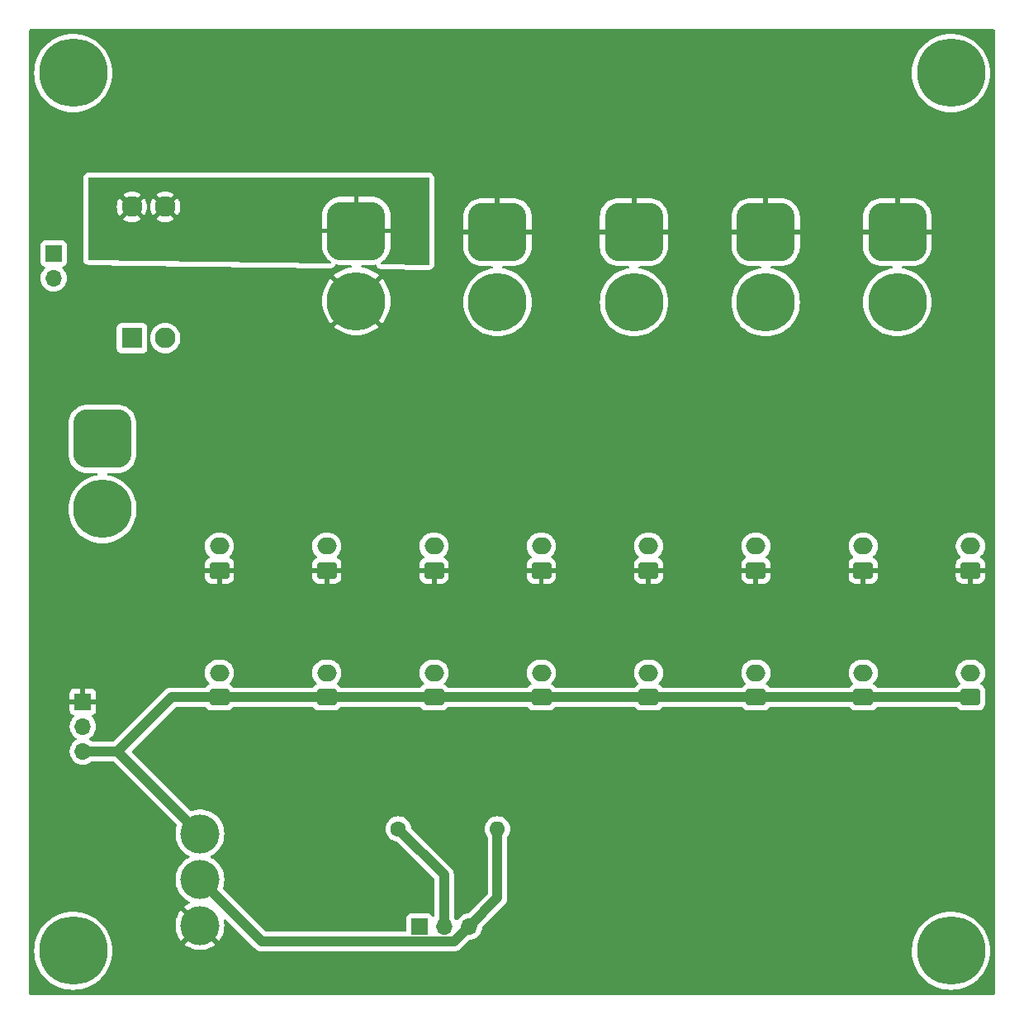
<source format=gbr>
%TF.GenerationSoftware,KiCad,Pcbnew,8.0.4*%
%TF.CreationDate,2024-09-14T11:06:21+09:00*%
%TF.ProjectId,power_supply,706f7765-725f-4737-9570-706c792e6b69,rev?*%
%TF.SameCoordinates,Original*%
%TF.FileFunction,Copper,L1,Top*%
%TF.FilePolarity,Positive*%
%FSLAX46Y46*%
G04 Gerber Fmt 4.6, Leading zero omitted, Abs format (unit mm)*
G04 Created by KiCad (PCBNEW 8.0.4) date 2024-09-14 11:06:21*
%MOMM*%
%LPD*%
G01*
G04 APERTURE LIST*
G04 Aperture macros list*
%AMRoundRect*
0 Rectangle with rounded corners*
0 $1 Rounding radius*
0 $2 $3 $4 $5 $6 $7 $8 $9 X,Y pos of 4 corners*
0 Add a 4 corners polygon primitive as box body*
4,1,4,$2,$3,$4,$5,$6,$7,$8,$9,$2,$3,0*
0 Add four circle primitives for the rounded corners*
1,1,$1+$1,$2,$3*
1,1,$1+$1,$4,$5*
1,1,$1+$1,$6,$7*
1,1,$1+$1,$8,$9*
0 Add four rect primitives between the rounded corners*
20,1,$1+$1,$2,$3,$4,$5,0*
20,1,$1+$1,$4,$5,$6,$7,0*
20,1,$1+$1,$6,$7,$8,$9,0*
20,1,$1+$1,$8,$9,$2,$3,0*%
G04 Aperture macros list end*
%TA.AperFunction,ComponentPad*%
%ADD10RoundRect,1.500000X-1.500000X1.500000X-1.500000X-1.500000X1.500000X-1.500000X1.500000X1.500000X0*%
%TD*%
%TA.AperFunction,ComponentPad*%
%ADD11C,6.000000*%
%TD*%
%TA.AperFunction,ComponentPad*%
%ADD12RoundRect,0.250000X0.750000X-0.600000X0.750000X0.600000X-0.750000X0.600000X-0.750000X-0.600000X0*%
%TD*%
%TA.AperFunction,ComponentPad*%
%ADD13O,2.000000X1.700000*%
%TD*%
%TA.AperFunction,ComponentPad*%
%ADD14C,7.000000*%
%TD*%
%TA.AperFunction,ComponentPad*%
%ADD15C,4.000000*%
%TD*%
%TA.AperFunction,ComponentPad*%
%ADD16R,1.700000X1.700000*%
%TD*%
%TA.AperFunction,ComponentPad*%
%ADD17O,1.700000X1.700000*%
%TD*%
%TA.AperFunction,ComponentPad*%
%ADD18C,1.600000*%
%TD*%
%TA.AperFunction,ComponentPad*%
%ADD19O,1.600000X1.600000*%
%TD*%
%TA.AperFunction,ComponentPad*%
%ADD20R,2.108200X2.108200*%
%TD*%
%TA.AperFunction,ComponentPad*%
%ADD21C,2.108200*%
%TD*%
%TA.AperFunction,Conductor*%
%ADD22C,1.000000*%
%TD*%
G04 APERTURE END LIST*
D10*
%TO.P,J22,1,GND*%
%TO.N,+12V_2*%
X46033156Y-33179045D03*
D11*
%TO.P,J22,2,VCC*%
%TO.N,Net-(J1-Pin_1)*%
X46033156Y-40379045D03*
%TD*%
D12*
%TO.P,J8,1,Pin_1*%
%TO.N,Net-(J1-Pin_1)*%
X54000000Y-68000000D03*
D13*
%TO.P,J8,2,Pin_2*%
%TO.N,GND*%
X54000000Y-65500000D03*
%TD*%
D14*
%TO.P,REF\u002A\u002A,1*%
%TO.N,N/C*%
X107000000Y-17000000D03*
%TD*%
%TO.P,REF\u002A\u002A,1*%
%TO.N,N/C*%
X107000000Y-107000000D03*
%TD*%
D11*
%TO.P,J21,2,VCC*%
%TO.N,GND*%
X20000000Y-61700000D03*
D10*
%TO.P,J21,1,GND*%
%TO.N,+12V_1*%
X20000000Y-54500000D03*
%TD*%
D12*
%TO.P,J6,1,Pin_1*%
%TO.N,Net-(J1-Pin_1)*%
X32000000Y-68000000D03*
D13*
%TO.P,J6,2,Pin_2*%
%TO.N,GND*%
X32000000Y-65500000D03*
%TD*%
D10*
%TO.P,J1,1,Pin_1*%
%TO.N,Net-(J1-Pin_1)*%
X60500000Y-33300000D03*
D11*
%TO.P,J1,2,Pin_2*%
%TO.N,GND*%
X60500000Y-40500000D03*
%TD*%
D12*
%TO.P,J7,1,Pin_1*%
%TO.N,Net-(J1-Pin_1)*%
X43000000Y-68000000D03*
D13*
%TO.P,J7,2,Pin_2*%
%TO.N,GND*%
X43000000Y-65500000D03*
%TD*%
%TO.P,J18,2,Pin_2*%
%TO.N,GND*%
X87000000Y-78500000D03*
D12*
%TO.P,J18,1,Pin_1*%
%TO.N,Net-(J14-Pin_1)*%
X87000000Y-81000000D03*
%TD*%
D14*
%TO.P,REF\u002A\u002A,1*%
%TO.N,N/C*%
X17000000Y-17000000D03*
%TD*%
D15*
%TO.P,U4,1,1*%
%TO.N,Net-(J14-Pin_1)*%
X30000000Y-95000000D03*
%TO.P,U4,2,2*%
%TO.N,Net-(U5-OUT)*%
X30000000Y-99700000D03*
%TO.P,U4,3,3*%
%TO.N,Net-(J1-Pin_1)*%
X30000000Y-104400000D03*
%TD*%
D16*
%TO.P,U1,1,VIN*%
%TO.N,Net-(J1-Pin_1)*%
X18000000Y-81460000D03*
D17*
%TO.P,U1,2,GND*%
%TO.N,GND*%
X18000000Y-84000000D03*
%TO.P,U1,3,VOUT*%
%TO.N,Net-(J14-Pin_1)*%
X18000000Y-86540000D03*
%TD*%
D13*
%TO.P,J15,2,Pin_2*%
%TO.N,GND*%
X54000000Y-78500000D03*
D12*
%TO.P,J15,1,Pin_1*%
%TO.N,Net-(J14-Pin_1)*%
X54000000Y-81000000D03*
%TD*%
D13*
%TO.P,J19,2,Pin_2*%
%TO.N,GND*%
X98000000Y-78500000D03*
D12*
%TO.P,J19,1,Pin_1*%
%TO.N,Net-(J14-Pin_1)*%
X98000000Y-81000000D03*
%TD*%
D18*
%TO.P,R1,1*%
%TO.N,Net-(R1-Pad1)*%
X50340000Y-94500000D03*
D19*
%TO.P,R1,2*%
%TO.N,Net-(U5-OUT)*%
X60500000Y-94500000D03*
%TD*%
D13*
%TO.P,J16,2,Pin_2*%
%TO.N,GND*%
X65000000Y-78500000D03*
D12*
%TO.P,J16,1,Pin_1*%
%TO.N,Net-(J14-Pin_1)*%
X65000000Y-81000000D03*
%TD*%
%TO.P,J20,1,Pin_1*%
%TO.N,Net-(J14-Pin_1)*%
X109000000Y-81000000D03*
D13*
%TO.P,J20,2,Pin_2*%
%TO.N,GND*%
X109000000Y-78500000D03*
%TD*%
D10*
%TO.P,J3,1,Pin_1*%
%TO.N,Net-(J1-Pin_1)*%
X74500000Y-33300000D03*
D11*
%TO.P,J3,2,Pin_2*%
%TO.N,GND*%
X74500000Y-40500000D03*
%TD*%
D12*
%TO.P,J10,1,Pin_1*%
%TO.N,Net-(J1-Pin_1)*%
X76000000Y-68000000D03*
D13*
%TO.P,J10,2,Pin_2*%
%TO.N,GND*%
X76000000Y-65500000D03*
%TD*%
%TO.P,J17,2,Pin_2*%
%TO.N,GND*%
X76000000Y-78500000D03*
D12*
%TO.P,J17,1,Pin_1*%
%TO.N,Net-(J14-Pin_1)*%
X76000000Y-81000000D03*
%TD*%
D13*
%TO.P,J2,2,Pin_2*%
%TO.N,GND*%
X32000000Y-78500000D03*
D12*
%TO.P,J2,1,Pin_1*%
%TO.N,Net-(J14-Pin_1)*%
X32000000Y-81000000D03*
%TD*%
D16*
%TO.P,U5,1,GND*%
%TO.N,GND*%
X52500000Y-104500000D03*
D17*
%TO.P,U5,2,2*%
%TO.N,Net-(R1-Pad1)*%
X55040000Y-104500000D03*
%TO.P,U5,3,OUT*%
%TO.N,Net-(U5-OUT)*%
X57580000Y-104500000D03*
%TD*%
D12*
%TO.P,J9,1,Pin_1*%
%TO.N,Net-(J1-Pin_1)*%
X65000000Y-68000000D03*
D13*
%TO.P,J9,2,Pin_2*%
%TO.N,GND*%
X65000000Y-65500000D03*
%TD*%
D10*
%TO.P,J4,1,Pin_1*%
%TO.N,Net-(J1-Pin_1)*%
X88000000Y-33300000D03*
D11*
%TO.P,J4,2,Pin_2*%
%TO.N,GND*%
X88000000Y-40500000D03*
%TD*%
D10*
%TO.P,J5,1,Pin_1*%
%TO.N,Net-(J1-Pin_1)*%
X101500000Y-33300000D03*
D11*
%TO.P,J5,2,Pin_2*%
%TO.N,GND*%
X101500000Y-40500000D03*
%TD*%
D20*
%TO.P,U3,1,1*%
%TO.N,+12V_1*%
X23033156Y-44179045D03*
D21*
%TO.P,U3,2,2*%
X26436756Y-44179045D03*
%TO.P,U3,3,3*%
%TO.N,+12V_2*%
X26436756Y-30717045D03*
%TO.P,U3,4,4*%
X23033156Y-30717045D03*
%TD*%
D14*
%TO.P,REF\u002A\u002A,1*%
%TO.N,N/C*%
X17000000Y-107000000D03*
%TD*%
D13*
%TO.P,J13,2,Pin_2*%
%TO.N,GND*%
X109000000Y-65500000D03*
D12*
%TO.P,J13,1,Pin_1*%
%TO.N,Net-(J1-Pin_1)*%
X109000000Y-68000000D03*
%TD*%
D13*
%TO.P,J14,2,Pin_2*%
%TO.N,GND*%
X43000000Y-78500000D03*
D12*
%TO.P,J14,1,Pin_1*%
%TO.N,Net-(J14-Pin_1)*%
X43000000Y-81000000D03*
%TD*%
%TO.P,J12,1,Pin_1*%
%TO.N,Net-(J1-Pin_1)*%
X98000000Y-68000000D03*
D13*
%TO.P,J12,2,Pin_2*%
%TO.N,GND*%
X98000000Y-65500000D03*
%TD*%
D16*
%TO.P,C1,1*%
%TO.N,GND*%
X15000000Y-35500000D03*
D17*
%TO.P,C1,2*%
%TO.N,+12V_1*%
X15000000Y-38040000D03*
%TD*%
D12*
%TO.P,J11,1,Pin_1*%
%TO.N,Net-(J1-Pin_1)*%
X87000000Y-68000000D03*
D13*
%TO.P,J11,2,Pin_2*%
%TO.N,GND*%
X87000000Y-65500000D03*
%TD*%
D22*
%TO.N,Net-(J14-Pin_1)*%
X27080000Y-81000000D02*
X21540000Y-86540000D01*
X32000000Y-81000000D02*
X27080000Y-81000000D01*
X21540000Y-86540000D02*
X30000000Y-95000000D01*
X18000000Y-86540000D02*
X21540000Y-86540000D01*
X98000000Y-81000000D02*
X109000000Y-81000000D01*
X87000000Y-81000000D02*
X98000000Y-81000000D01*
X76000000Y-81000000D02*
X87000000Y-81000000D01*
X65000000Y-81000000D02*
X76000000Y-81000000D01*
X54000000Y-81000000D02*
X65000000Y-81000000D01*
X43000000Y-81000000D02*
X54000000Y-81000000D01*
X32000000Y-81000000D02*
X43000000Y-81000000D01*
%TO.N,Net-(R1-Pad1)*%
X55040000Y-99200000D02*
X55040000Y-104500000D01*
X50340000Y-94500000D02*
X55040000Y-99200000D01*
%TO.N,Net-(U5-OUT)*%
X60500000Y-101580000D02*
X57580000Y-104500000D01*
X60500000Y-94500000D02*
X60500000Y-101580000D01*
X36350000Y-106050000D02*
X56030000Y-106050000D01*
X30000000Y-99700000D02*
X36350000Y-106050000D01*
X56030000Y-106050000D02*
X57580000Y-104500000D01*
%TD*%
%TA.AperFunction,Conductor*%
%TO.N,+12V_2*%
G36*
X53476195Y-27698730D02*
G01*
X53521950Y-27751534D01*
X53533156Y-27803045D01*
X53533156Y-36553261D01*
X53513471Y-36620300D01*
X53460667Y-36666055D01*
X53407385Y-36677248D01*
X48655276Y-36609360D01*
X48588524Y-36588720D01*
X48543528Y-36535268D01*
X48534574Y-36465975D01*
X48564504Y-36402840D01*
X48597624Y-36376539D01*
X48617194Y-36365853D01*
X48617195Y-36365852D01*
X48846221Y-36194405D01*
X48846233Y-36194395D01*
X49048506Y-35992122D01*
X49048516Y-35992110D01*
X49219963Y-35763084D01*
X49219964Y-35763083D01*
X49357064Y-35512003D01*
X49457046Y-35243940D01*
X49517855Y-34964407D01*
X49533155Y-34750481D01*
X49533156Y-34750479D01*
X49533156Y-33429045D01*
X48269658Y-33429045D01*
X48283156Y-33326518D01*
X48283156Y-33031572D01*
X48269658Y-32929045D01*
X49533156Y-32929045D01*
X49533156Y-31607611D01*
X49533155Y-31607608D01*
X49517855Y-31393682D01*
X49457046Y-31114149D01*
X49357064Y-30846086D01*
X49219964Y-30595006D01*
X49219963Y-30595005D01*
X49048516Y-30365979D01*
X49048506Y-30365967D01*
X48846233Y-30163694D01*
X48846221Y-30163684D01*
X48617195Y-29992237D01*
X48617194Y-29992236D01*
X48366113Y-29855136D01*
X48366114Y-29855136D01*
X48098051Y-29755154D01*
X47818518Y-29694345D01*
X47604592Y-29679045D01*
X46283156Y-29679045D01*
X46283156Y-30942542D01*
X46180629Y-30929045D01*
X45885683Y-30929045D01*
X45783156Y-30942542D01*
X45783156Y-29679045D01*
X44461719Y-29679045D01*
X44247793Y-29694345D01*
X43968260Y-29755154D01*
X43700197Y-29855136D01*
X43449117Y-29992236D01*
X43449116Y-29992237D01*
X43220090Y-30163684D01*
X43220078Y-30163694D01*
X43017805Y-30365967D01*
X43017795Y-30365979D01*
X42846348Y-30595005D01*
X42846347Y-30595006D01*
X42709247Y-30846086D01*
X42609265Y-31114149D01*
X42548456Y-31393682D01*
X42533156Y-31607608D01*
X42533156Y-32929045D01*
X43796654Y-32929045D01*
X43783156Y-33031572D01*
X43783156Y-33326518D01*
X43796654Y-33429045D01*
X42533156Y-33429045D01*
X42533156Y-34750481D01*
X42548456Y-34964407D01*
X42609265Y-35243940D01*
X42709247Y-35512003D01*
X42846347Y-35763083D01*
X42846348Y-35763084D01*
X43017795Y-35992110D01*
X43017805Y-35992122D01*
X43220078Y-36194395D01*
X43220096Y-36194411D01*
X43373932Y-36309571D01*
X43415804Y-36365504D01*
X43420788Y-36435196D01*
X43387303Y-36496519D01*
X43325980Y-36530004D01*
X43297851Y-36532825D01*
X18655385Y-36180791D01*
X18588633Y-36160151D01*
X18543637Y-36106699D01*
X18533156Y-36056804D01*
X18533156Y-30717045D01*
X21474250Y-30717045D01*
X21493443Y-30960915D01*
X21550545Y-31198763D01*
X21550549Y-31198775D01*
X21644160Y-31424774D01*
X21768679Y-31627968D01*
X22317233Y-31079414D01*
X22324117Y-31096034D01*
X22411678Y-31227079D01*
X22523122Y-31338523D01*
X22654167Y-31426084D01*
X22670785Y-31432967D01*
X22122231Y-31981520D01*
X22122231Y-31981521D01*
X22325426Y-32106040D01*
X22551425Y-32199651D01*
X22551437Y-32199655D01*
X22789285Y-32256757D01*
X23033156Y-32275950D01*
X23277026Y-32256757D01*
X23514874Y-32199655D01*
X23514886Y-32199651D01*
X23740885Y-32106040D01*
X23944078Y-31981521D01*
X23944079Y-31981520D01*
X23395526Y-31432967D01*
X23412145Y-31426084D01*
X23543190Y-31338523D01*
X23654634Y-31227079D01*
X23742195Y-31096034D01*
X23749078Y-31079415D01*
X24297631Y-31627968D01*
X24297632Y-31627967D01*
X24422151Y-31424774D01*
X24515762Y-31198775D01*
X24515766Y-31198763D01*
X24572868Y-30960915D01*
X24592061Y-30717045D01*
X24877850Y-30717045D01*
X24897043Y-30960915D01*
X24954145Y-31198763D01*
X24954149Y-31198775D01*
X25047760Y-31424774D01*
X25172279Y-31627968D01*
X25720833Y-31079414D01*
X25727717Y-31096034D01*
X25815278Y-31227079D01*
X25926722Y-31338523D01*
X26057767Y-31426084D01*
X26074385Y-31432967D01*
X25525831Y-31981520D01*
X25525831Y-31981521D01*
X25729026Y-32106040D01*
X25955025Y-32199651D01*
X25955037Y-32199655D01*
X26192885Y-32256757D01*
X26436756Y-32275950D01*
X26680626Y-32256757D01*
X26918474Y-32199655D01*
X26918486Y-32199651D01*
X27144485Y-32106040D01*
X27347678Y-31981521D01*
X27347679Y-31981520D01*
X26799126Y-31432967D01*
X26815745Y-31426084D01*
X26946790Y-31338523D01*
X27058234Y-31227079D01*
X27145795Y-31096034D01*
X27152678Y-31079415D01*
X27701231Y-31627968D01*
X27701232Y-31627967D01*
X27825751Y-31424774D01*
X27919362Y-31198775D01*
X27919366Y-31198763D01*
X27976468Y-30960915D01*
X27995661Y-30717045D01*
X27976468Y-30473174D01*
X27919366Y-30235326D01*
X27919362Y-30235314D01*
X27825751Y-30009315D01*
X27701231Y-29806120D01*
X27152678Y-30354673D01*
X27145795Y-30338056D01*
X27058234Y-30207011D01*
X26946790Y-30095567D01*
X26815745Y-30008006D01*
X26799125Y-30001122D01*
X27347679Y-29452568D01*
X27144485Y-29328049D01*
X26918486Y-29234438D01*
X26918474Y-29234434D01*
X26680626Y-29177332D01*
X26436756Y-29158139D01*
X26192885Y-29177332D01*
X25955037Y-29234434D01*
X25955025Y-29234438D01*
X25729026Y-29328049D01*
X25525831Y-29452568D01*
X26074385Y-30001122D01*
X26057767Y-30008006D01*
X25926722Y-30095567D01*
X25815278Y-30207011D01*
X25727717Y-30338056D01*
X25720833Y-30354674D01*
X25172279Y-29806120D01*
X25047760Y-30009315D01*
X24954149Y-30235314D01*
X24954145Y-30235326D01*
X24897043Y-30473174D01*
X24877850Y-30717045D01*
X24592061Y-30717045D01*
X24572868Y-30473174D01*
X24515766Y-30235326D01*
X24515762Y-30235314D01*
X24422151Y-30009315D01*
X24297631Y-29806120D01*
X23749078Y-30354673D01*
X23742195Y-30338056D01*
X23654634Y-30207011D01*
X23543190Y-30095567D01*
X23412145Y-30008006D01*
X23395525Y-30001122D01*
X23944079Y-29452568D01*
X23740885Y-29328049D01*
X23514886Y-29234438D01*
X23514874Y-29234434D01*
X23277026Y-29177332D01*
X23033156Y-29158139D01*
X22789285Y-29177332D01*
X22551437Y-29234434D01*
X22551425Y-29234438D01*
X22325426Y-29328049D01*
X22122231Y-29452568D01*
X22670785Y-30001122D01*
X22654167Y-30008006D01*
X22523122Y-30095567D01*
X22411678Y-30207011D01*
X22324117Y-30338056D01*
X22317233Y-30354674D01*
X21768679Y-29806120D01*
X21644160Y-30009315D01*
X21550549Y-30235314D01*
X21550545Y-30235326D01*
X21493443Y-30473174D01*
X21474250Y-30717045D01*
X18533156Y-30717045D01*
X18533156Y-27803045D01*
X18552841Y-27736006D01*
X18605645Y-27690251D01*
X18657156Y-27679045D01*
X53409156Y-27679045D01*
X53476195Y-27698730D01*
G37*
%TD.AperFunction*%
%TD*%
%TA.AperFunction,Conductor*%
%TO.N,Net-(J1-Pin_1)*%
G36*
X111442539Y-12520185D02*
G01*
X111488294Y-12572989D01*
X111499500Y-12624500D01*
X111499500Y-111375500D01*
X111479815Y-111442539D01*
X111427011Y-111488294D01*
X111375500Y-111499500D01*
X12624500Y-111499500D01*
X12557461Y-111479815D01*
X12511706Y-111427011D01*
X12500500Y-111375500D01*
X12500500Y-107000000D01*
X12994675Y-107000000D01*
X13013962Y-107392591D01*
X13013962Y-107392597D01*
X13013963Y-107392599D01*
X13071637Y-107781406D01*
X13167143Y-108162684D01*
X13299561Y-108532770D01*
X13299562Y-108532772D01*
X13467620Y-108888100D01*
X13669692Y-109225236D01*
X13903846Y-109540956D01*
X14167807Y-109832192D01*
X14459043Y-110096153D01*
X14459049Y-110096158D01*
X14774761Y-110330306D01*
X14774763Y-110330307D01*
X15111899Y-110532379D01*
X15111902Y-110532380D01*
X15111903Y-110532381D01*
X15467228Y-110700438D01*
X15837316Y-110832857D01*
X16218600Y-110928364D01*
X16607409Y-110986038D01*
X17000000Y-111005325D01*
X17392591Y-110986038D01*
X17781400Y-110928364D01*
X18162684Y-110832857D01*
X18532772Y-110700438D01*
X18888097Y-110532381D01*
X19225239Y-110330306D01*
X19540951Y-110096158D01*
X19832192Y-109832192D01*
X20096158Y-109540951D01*
X20330306Y-109225239D01*
X20532381Y-108888097D01*
X20700438Y-108532772D01*
X20832857Y-108162684D01*
X20928364Y-107781400D01*
X20986038Y-107392591D01*
X21005325Y-107000000D01*
X20986038Y-106607409D01*
X20928364Y-106218600D01*
X20832857Y-105837316D01*
X20700438Y-105467228D01*
X20532381Y-105111903D01*
X20488261Y-105038294D01*
X20330307Y-104774763D01*
X20314577Y-104753553D01*
X20096158Y-104459049D01*
X20042644Y-104400005D01*
X19832192Y-104167807D01*
X19540956Y-103903846D01*
X19488547Y-103864977D01*
X19225239Y-103669694D01*
X19225236Y-103669692D01*
X18888100Y-103467620D01*
X18532772Y-103299562D01*
X18532770Y-103299561D01*
X18162684Y-103167143D01*
X17781406Y-103071637D01*
X17781401Y-103071636D01*
X17781400Y-103071636D01*
X17637256Y-103050254D01*
X17392599Y-103013963D01*
X17392597Y-103013962D01*
X17392591Y-103013962D01*
X17000000Y-102994675D01*
X16607409Y-103013962D01*
X16607403Y-103013962D01*
X16607400Y-103013963D01*
X16218593Y-103071637D01*
X15837315Y-103167143D01*
X15467229Y-103299561D01*
X15467227Y-103299562D01*
X15111899Y-103467620D01*
X14774763Y-103669692D01*
X14459043Y-103903846D01*
X14167807Y-104167807D01*
X13903846Y-104459043D01*
X13669692Y-104774763D01*
X13467620Y-105111899D01*
X13299562Y-105467227D01*
X13299561Y-105467229D01*
X13167143Y-105837315D01*
X13071637Y-106218593D01*
X13027672Y-106514985D01*
X13013962Y-106607409D01*
X12994675Y-107000000D01*
X12500500Y-107000000D01*
X12500500Y-83999999D01*
X16644341Y-83999999D01*
X16644341Y-84000000D01*
X16664936Y-84235403D01*
X16664938Y-84235413D01*
X16726094Y-84463655D01*
X16726096Y-84463659D01*
X16726097Y-84463663D01*
X16825965Y-84677830D01*
X16825967Y-84677834D01*
X16961501Y-84871395D01*
X16961506Y-84871402D01*
X17128597Y-85038493D01*
X17128603Y-85038498D01*
X17314158Y-85168425D01*
X17357783Y-85223002D01*
X17364977Y-85292500D01*
X17333454Y-85354855D01*
X17314158Y-85371575D01*
X17128597Y-85501505D01*
X16961505Y-85668597D01*
X16825965Y-85862169D01*
X16825964Y-85862171D01*
X16726098Y-86076335D01*
X16726094Y-86076344D01*
X16664938Y-86304586D01*
X16664936Y-86304596D01*
X16644341Y-86539999D01*
X16644341Y-86540000D01*
X16664936Y-86775403D01*
X16664938Y-86775413D01*
X16726094Y-87003655D01*
X16726096Y-87003659D01*
X16726097Y-87003663D01*
X16825965Y-87217830D01*
X16825967Y-87217834D01*
X16934281Y-87372521D01*
X16961505Y-87411401D01*
X17128599Y-87578495D01*
X17225384Y-87646265D01*
X17322165Y-87714032D01*
X17322167Y-87714033D01*
X17322170Y-87714035D01*
X17536337Y-87813903D01*
X17764592Y-87875063D01*
X17952918Y-87891539D01*
X17999999Y-87895659D01*
X18000000Y-87895659D01*
X18000001Y-87895659D01*
X18039234Y-87892226D01*
X18235408Y-87875063D01*
X18463663Y-87813903D01*
X18677830Y-87714035D01*
X18871401Y-87578495D01*
X18873077Y-87576819D01*
X18873995Y-87576317D01*
X18875544Y-87575018D01*
X18875805Y-87575329D01*
X18934400Y-87543334D01*
X18960758Y-87540500D01*
X21074218Y-87540500D01*
X21141257Y-87560185D01*
X21161899Y-87576819D01*
X27614868Y-94029789D01*
X27648353Y-94091112D01*
X27645118Y-94155787D01*
X27573271Y-94376913D01*
X27573270Y-94376917D01*
X27573269Y-94376921D01*
X27549790Y-94500001D01*
X27514311Y-94685988D01*
X27514310Y-94685995D01*
X27494556Y-94999994D01*
X27494556Y-95000005D01*
X27514310Y-95314004D01*
X27514311Y-95314011D01*
X27573270Y-95623083D01*
X27670497Y-95922316D01*
X27670499Y-95922321D01*
X27804461Y-96207003D01*
X27804464Y-96207009D01*
X27973051Y-96472661D01*
X27973054Y-96472665D01*
X28173606Y-96715090D01*
X28173608Y-96715092D01*
X28402968Y-96930476D01*
X28402978Y-96930484D01*
X28657504Y-97115408D01*
X28657509Y-97115410D01*
X28657516Y-97115416D01*
X28870286Y-97232388D01*
X28886566Y-97241338D01*
X28935830Y-97290884D01*
X28950486Y-97359200D01*
X28925882Y-97424594D01*
X28886566Y-97458662D01*
X28657516Y-97584584D01*
X28657504Y-97584591D01*
X28402978Y-97769515D01*
X28402968Y-97769523D01*
X28173608Y-97984907D01*
X28173606Y-97984909D01*
X27973054Y-98227334D01*
X27973051Y-98227338D01*
X27804464Y-98492990D01*
X27804461Y-98492996D01*
X27670499Y-98777678D01*
X27670497Y-98777683D01*
X27573270Y-99076916D01*
X27514311Y-99385988D01*
X27514310Y-99385995D01*
X27494556Y-99699994D01*
X27494556Y-99700005D01*
X27514310Y-100014004D01*
X27514311Y-100014011D01*
X27573270Y-100323083D01*
X27670497Y-100622316D01*
X27670499Y-100622321D01*
X27804461Y-100907003D01*
X27804464Y-100907009D01*
X27973051Y-101172661D01*
X27973054Y-101172665D01*
X28173606Y-101415090D01*
X28173608Y-101415092D01*
X28402968Y-101630476D01*
X28402978Y-101630484D01*
X28657504Y-101815408D01*
X28657522Y-101815420D01*
X28887085Y-101941623D01*
X28936349Y-101991169D01*
X28951006Y-102059484D01*
X28926402Y-102124879D01*
X28887086Y-102158947D01*
X28657781Y-102285008D01*
X28414972Y-102461418D01*
X28414971Y-102461419D01*
X29345669Y-103392117D01*
X29218252Y-103484691D01*
X29084691Y-103618252D01*
X28992117Y-103745669D01*
X28064286Y-102817838D01*
X28064285Y-102817838D01*
X27973459Y-102927629D01*
X27973457Y-102927632D01*
X27804903Y-103193232D01*
X27804900Y-103193238D01*
X27670965Y-103477862D01*
X27670963Y-103477867D01*
X27573755Y-103777041D01*
X27514808Y-104086050D01*
X27514807Y-104086057D01*
X27495057Y-104399994D01*
X27495057Y-104400005D01*
X27514807Y-104713942D01*
X27514808Y-104713949D01*
X27573755Y-105022958D01*
X27670963Y-105322132D01*
X27670965Y-105322137D01*
X27804900Y-105606761D01*
X27804903Y-105606767D01*
X27973457Y-105872367D01*
X27973460Y-105872371D01*
X28064286Y-105982160D01*
X28992116Y-105054329D01*
X29084691Y-105181748D01*
X29218252Y-105315309D01*
X29345669Y-105407882D01*
X28414971Y-106338579D01*
X28414972Y-106338581D01*
X28657772Y-106514985D01*
X28657790Y-106514996D01*
X28933447Y-106666540D01*
X28933455Y-106666544D01*
X29225926Y-106782340D01*
X29530620Y-106860573D01*
X29530629Y-106860575D01*
X29842701Y-106899999D01*
X29842715Y-106900000D01*
X30157285Y-106900000D01*
X30157298Y-106899999D01*
X30469370Y-106860575D01*
X30469379Y-106860573D01*
X30774073Y-106782340D01*
X31066544Y-106666544D01*
X31066552Y-106666540D01*
X31342209Y-106514996D01*
X31342219Y-106514990D01*
X31585026Y-106338579D01*
X31585027Y-106338579D01*
X30654330Y-105407882D01*
X30781748Y-105315309D01*
X30915309Y-105181748D01*
X31007882Y-105054330D01*
X31935712Y-105982160D01*
X32026544Y-105872364D01*
X32195096Y-105606767D01*
X32195099Y-105606761D01*
X32329034Y-105322137D01*
X32329036Y-105322132D01*
X32426244Y-105022958D01*
X32485191Y-104713949D01*
X32485192Y-104713942D01*
X32504943Y-104400005D01*
X32504943Y-104399994D01*
X32485192Y-104086057D01*
X32485191Y-104086053D01*
X32446169Y-103881491D01*
X32452943Y-103811950D01*
X32496238Y-103757111D01*
X32562308Y-103734384D01*
X32630177Y-103750986D01*
X32655654Y-103770574D01*
X35569735Y-106684655D01*
X35569764Y-106684686D01*
X35712214Y-106827136D01*
X35712218Y-106827139D01*
X35876079Y-106936628D01*
X35876092Y-106936635D01*
X36004833Y-106989961D01*
X36029070Y-107000000D01*
X36058164Y-107012051D01*
X36154812Y-107031275D01*
X36203135Y-107040887D01*
X36251458Y-107050500D01*
X36251459Y-107050500D01*
X56128542Y-107050500D01*
X56147870Y-107046655D01*
X56225188Y-107031275D01*
X56321836Y-107012051D01*
X56350929Y-107000000D01*
X102994675Y-107000000D01*
X103013962Y-107392591D01*
X103013962Y-107392597D01*
X103013963Y-107392599D01*
X103071637Y-107781406D01*
X103167143Y-108162684D01*
X103299561Y-108532770D01*
X103299562Y-108532772D01*
X103467620Y-108888100D01*
X103669692Y-109225236D01*
X103903846Y-109540956D01*
X104167807Y-109832192D01*
X104459043Y-110096153D01*
X104459049Y-110096158D01*
X104774761Y-110330306D01*
X104774763Y-110330307D01*
X105111899Y-110532379D01*
X105111902Y-110532380D01*
X105111903Y-110532381D01*
X105467228Y-110700438D01*
X105837316Y-110832857D01*
X106218600Y-110928364D01*
X106607409Y-110986038D01*
X107000000Y-111005325D01*
X107392591Y-110986038D01*
X107781400Y-110928364D01*
X108162684Y-110832857D01*
X108532772Y-110700438D01*
X108888097Y-110532381D01*
X109225239Y-110330306D01*
X109540951Y-110096158D01*
X109832192Y-109832192D01*
X110096158Y-109540951D01*
X110330306Y-109225239D01*
X110532381Y-108888097D01*
X110700438Y-108532772D01*
X110832857Y-108162684D01*
X110928364Y-107781400D01*
X110986038Y-107392591D01*
X111005325Y-107000000D01*
X110986038Y-106607409D01*
X110928364Y-106218600D01*
X110832857Y-105837316D01*
X110700438Y-105467228D01*
X110532381Y-105111903D01*
X110488261Y-105038294D01*
X110330307Y-104774763D01*
X110314577Y-104753553D01*
X110096158Y-104459049D01*
X110042644Y-104400005D01*
X109832192Y-104167807D01*
X109540956Y-103903846D01*
X109488547Y-103864977D01*
X109225239Y-103669694D01*
X109225236Y-103669692D01*
X108888100Y-103467620D01*
X108532772Y-103299562D01*
X108532770Y-103299561D01*
X108162684Y-103167143D01*
X107781406Y-103071637D01*
X107781401Y-103071636D01*
X107781400Y-103071636D01*
X107637256Y-103050254D01*
X107392599Y-103013963D01*
X107392597Y-103013962D01*
X107392591Y-103013962D01*
X107000000Y-102994675D01*
X106607409Y-103013962D01*
X106607403Y-103013962D01*
X106607400Y-103013963D01*
X106218593Y-103071637D01*
X105837315Y-103167143D01*
X105467229Y-103299561D01*
X105467227Y-103299562D01*
X105111899Y-103467620D01*
X104774763Y-103669692D01*
X104459043Y-103903846D01*
X104167807Y-104167807D01*
X103903846Y-104459043D01*
X103669692Y-104774763D01*
X103467620Y-105111899D01*
X103299562Y-105467227D01*
X103299561Y-105467229D01*
X103167143Y-105837315D01*
X103071637Y-106218593D01*
X103027672Y-106514985D01*
X103013962Y-106607409D01*
X102994675Y-107000000D01*
X56350929Y-107000000D01*
X56375165Y-106989961D01*
X56503914Y-106936632D01*
X56667782Y-106827139D01*
X56807139Y-106687782D01*
X56807140Y-106687779D01*
X56814206Y-106680714D01*
X56814209Y-106680710D01*
X57613030Y-105881888D01*
X57674351Y-105848405D01*
X57689894Y-105846044D01*
X57815408Y-105835063D01*
X58043663Y-105773903D01*
X58257830Y-105674035D01*
X58451401Y-105538495D01*
X58618495Y-105371401D01*
X58754035Y-105177830D01*
X58853903Y-104963663D01*
X58915063Y-104735408D01*
X58926043Y-104609901D01*
X58951495Y-104544834D01*
X58961882Y-104533037D01*
X61277140Y-102217781D01*
X61386632Y-102053914D01*
X61462052Y-101871835D01*
X61500501Y-101678540D01*
X61500501Y-101481459D01*
X61500501Y-101476349D01*
X61500500Y-101476323D01*
X61500500Y-95377588D01*
X61520185Y-95310549D01*
X61522925Y-95306465D01*
X61630568Y-95152734D01*
X61726739Y-94946496D01*
X61785635Y-94726692D01*
X61805468Y-94500000D01*
X61785635Y-94273308D01*
X61726739Y-94053504D01*
X61630568Y-93847266D01*
X61500047Y-93660861D01*
X61500045Y-93660858D01*
X61339141Y-93499954D01*
X61152734Y-93369432D01*
X61152732Y-93369431D01*
X60946497Y-93273261D01*
X60946488Y-93273258D01*
X60726697Y-93214366D01*
X60726693Y-93214365D01*
X60726692Y-93214365D01*
X60726691Y-93214364D01*
X60726686Y-93214364D01*
X60500002Y-93194532D01*
X60499998Y-93194532D01*
X60273313Y-93214364D01*
X60273302Y-93214366D01*
X60053511Y-93273258D01*
X60053502Y-93273261D01*
X59847267Y-93369431D01*
X59847265Y-93369432D01*
X59660858Y-93499954D01*
X59499954Y-93660858D01*
X59369432Y-93847265D01*
X59369431Y-93847267D01*
X59273261Y-94053502D01*
X59273258Y-94053511D01*
X59214366Y-94273302D01*
X59214364Y-94273313D01*
X59194532Y-94499998D01*
X59194532Y-94500001D01*
X59214364Y-94726686D01*
X59214366Y-94726697D01*
X59273258Y-94946488D01*
X59273261Y-94946497D01*
X59369431Y-95152732D01*
X59369432Y-95152734D01*
X59477075Y-95306465D01*
X59499402Y-95372671D01*
X59499500Y-95377588D01*
X59499500Y-101114216D01*
X59479815Y-101181255D01*
X59463181Y-101201897D01*
X57546969Y-103118108D01*
X57485646Y-103151593D01*
X57470097Y-103153955D01*
X57344596Y-103164936D01*
X57344586Y-103164938D01*
X57116344Y-103226094D01*
X57116335Y-103226098D01*
X56902171Y-103325964D01*
X56902169Y-103325965D01*
X56708597Y-103461505D01*
X56541505Y-103628597D01*
X56411575Y-103814158D01*
X56356998Y-103857783D01*
X56287500Y-103864977D01*
X56225145Y-103833454D01*
X56208425Y-103814158D01*
X56078494Y-103628597D01*
X56076819Y-103626922D01*
X56076315Y-103626000D01*
X56075014Y-103624449D01*
X56075325Y-103624187D01*
X56043334Y-103565599D01*
X56040500Y-103539241D01*
X56040500Y-99101457D01*
X56021275Y-99004813D01*
X56021275Y-99004812D01*
X56002051Y-98908164D01*
X55979961Y-98854834D01*
X55948005Y-98777685D01*
X55926635Y-98726092D01*
X55926628Y-98726079D01*
X55817140Y-98562219D01*
X55747911Y-98492990D01*
X55677782Y-98422861D01*
X55677781Y-98422860D01*
X51666887Y-94411966D01*
X51633402Y-94350643D01*
X51631040Y-94335092D01*
X51625635Y-94273313D01*
X51625635Y-94273308D01*
X51566739Y-94053504D01*
X51470568Y-93847266D01*
X51340047Y-93660861D01*
X51340045Y-93660858D01*
X51179141Y-93499954D01*
X50992734Y-93369432D01*
X50992732Y-93369431D01*
X50786497Y-93273261D01*
X50786488Y-93273258D01*
X50566697Y-93214366D01*
X50566693Y-93214365D01*
X50566692Y-93214365D01*
X50566691Y-93214364D01*
X50566686Y-93214364D01*
X50340002Y-93194532D01*
X50339998Y-93194532D01*
X50113313Y-93214364D01*
X50113302Y-93214366D01*
X49893511Y-93273258D01*
X49893502Y-93273261D01*
X49687267Y-93369431D01*
X49687265Y-93369432D01*
X49500858Y-93499954D01*
X49339954Y-93660858D01*
X49209432Y-93847265D01*
X49209431Y-93847267D01*
X49113261Y-94053502D01*
X49113258Y-94053511D01*
X49054366Y-94273302D01*
X49054364Y-94273313D01*
X49034532Y-94499998D01*
X49034532Y-94500001D01*
X49054364Y-94726686D01*
X49054366Y-94726697D01*
X49113258Y-94946488D01*
X49113261Y-94946497D01*
X49209431Y-95152732D01*
X49209432Y-95152734D01*
X49339954Y-95339141D01*
X49500858Y-95500045D01*
X49500861Y-95500047D01*
X49687266Y-95630568D01*
X49893504Y-95726739D01*
X50113308Y-95785635D01*
X50175093Y-95791040D01*
X50240161Y-95816492D01*
X50251966Y-95826887D01*
X54003181Y-99578101D01*
X54036666Y-99639424D01*
X54039500Y-99665782D01*
X54039500Y-103379140D01*
X54019815Y-103446179D01*
X53967011Y-103491934D01*
X53897853Y-103501878D01*
X53834297Y-103472853D01*
X53799318Y-103422473D01*
X53793797Y-103407671D01*
X53793793Y-103407664D01*
X53707547Y-103292455D01*
X53707544Y-103292452D01*
X53592335Y-103206206D01*
X53592328Y-103206202D01*
X53457482Y-103155908D01*
X53457483Y-103155908D01*
X53397883Y-103149501D01*
X53397881Y-103149500D01*
X53397873Y-103149500D01*
X53397864Y-103149500D01*
X51602129Y-103149500D01*
X51602123Y-103149501D01*
X51542516Y-103155908D01*
X51407671Y-103206202D01*
X51407664Y-103206206D01*
X51292455Y-103292452D01*
X51292452Y-103292455D01*
X51206206Y-103407664D01*
X51206202Y-103407671D01*
X51155908Y-103542517D01*
X51153427Y-103565599D01*
X51149500Y-103602127D01*
X51149500Y-104305558D01*
X51149501Y-104925500D01*
X51129816Y-104992539D01*
X51077013Y-105038294D01*
X51025501Y-105049500D01*
X36815782Y-105049500D01*
X36748743Y-105029815D01*
X36728101Y-105013181D01*
X32385130Y-100670210D01*
X32351645Y-100608887D01*
X32354880Y-100544211D01*
X32426731Y-100323079D01*
X32485688Y-100014015D01*
X32505444Y-99700000D01*
X32503291Y-99665782D01*
X32485689Y-99385995D01*
X32485688Y-99385988D01*
X32485688Y-99385985D01*
X32426731Y-99076921D01*
X32329503Y-98777685D01*
X32195537Y-98492993D01*
X32026947Y-98227337D01*
X32026945Y-98227334D01*
X31826393Y-97984909D01*
X31826391Y-97984907D01*
X31597031Y-97769523D01*
X31597021Y-97769515D01*
X31342495Y-97584591D01*
X31342488Y-97584586D01*
X31342484Y-97584584D01*
X31113431Y-97458660D01*
X31064169Y-97409116D01*
X31049513Y-97340801D01*
X31074117Y-97275406D01*
X31113431Y-97241339D01*
X31342484Y-97115416D01*
X31597030Y-96930478D01*
X31826390Y-96715094D01*
X32026947Y-96472663D01*
X32195537Y-96207007D01*
X32329503Y-95922315D01*
X32426731Y-95623079D01*
X32485688Y-95314015D01*
X32505444Y-95000000D01*
X32502077Y-94946488D01*
X32485689Y-94685995D01*
X32485688Y-94685988D01*
X32485688Y-94685985D01*
X32426731Y-94376921D01*
X32329503Y-94077685D01*
X32318124Y-94053504D01*
X32195538Y-93792996D01*
X32195537Y-93792993D01*
X32026947Y-93527337D01*
X32004293Y-93499953D01*
X31826393Y-93284909D01*
X31826391Y-93284907D01*
X31597031Y-93069523D01*
X31597021Y-93069515D01*
X31342495Y-92884591D01*
X31342488Y-92884586D01*
X31342484Y-92884584D01*
X31066766Y-92733006D01*
X31066763Y-92733004D01*
X31066758Y-92733002D01*
X31066757Y-92733001D01*
X30774228Y-92617181D01*
X30774225Y-92617180D01*
X30469476Y-92538934D01*
X30469463Y-92538932D01*
X30157329Y-92499500D01*
X30157318Y-92499500D01*
X29842682Y-92499500D01*
X29842670Y-92499500D01*
X29530536Y-92538932D01*
X29530523Y-92538934D01*
X29225776Y-92617180D01*
X29162764Y-92642128D01*
X29093186Y-92648504D01*
X29031206Y-92616251D01*
X29029437Y-92614516D01*
X23042601Y-86627680D01*
X23009116Y-86566357D01*
X23014100Y-86496665D01*
X23042601Y-86452318D01*
X27458101Y-82036819D01*
X27519424Y-82003334D01*
X27545782Y-82000500D01*
X30546042Y-82000500D01*
X30613081Y-82020185D01*
X30651580Y-82059402D01*
X30657288Y-82068656D01*
X30781344Y-82192712D01*
X30930666Y-82284814D01*
X31097203Y-82339999D01*
X31199991Y-82350500D01*
X32800008Y-82350499D01*
X32902797Y-82339999D01*
X33069334Y-82284814D01*
X33218656Y-82192712D01*
X33342712Y-82068656D01*
X33348420Y-82059402D01*
X33400368Y-82012678D01*
X33453958Y-82000500D01*
X41546042Y-82000500D01*
X41613081Y-82020185D01*
X41651580Y-82059402D01*
X41657288Y-82068656D01*
X41781344Y-82192712D01*
X41930666Y-82284814D01*
X42097203Y-82339999D01*
X42199991Y-82350500D01*
X43800008Y-82350499D01*
X43902797Y-82339999D01*
X44069334Y-82284814D01*
X44218656Y-82192712D01*
X44342712Y-82068656D01*
X44348420Y-82059402D01*
X44400368Y-82012678D01*
X44453958Y-82000500D01*
X52546042Y-82000500D01*
X52613081Y-82020185D01*
X52651580Y-82059402D01*
X52657288Y-82068656D01*
X52781344Y-82192712D01*
X52930666Y-82284814D01*
X53097203Y-82339999D01*
X53199991Y-82350500D01*
X54800008Y-82350499D01*
X54902797Y-82339999D01*
X55069334Y-82284814D01*
X55218656Y-82192712D01*
X55342712Y-82068656D01*
X55348420Y-82059402D01*
X55400368Y-82012678D01*
X55453958Y-82000500D01*
X63546042Y-82000500D01*
X63613081Y-82020185D01*
X63651580Y-82059402D01*
X63657288Y-82068656D01*
X63781344Y-82192712D01*
X63930666Y-82284814D01*
X64097203Y-82339999D01*
X64199991Y-82350500D01*
X65800008Y-82350499D01*
X65902797Y-82339999D01*
X66069334Y-82284814D01*
X66218656Y-82192712D01*
X66342712Y-82068656D01*
X66348420Y-82059402D01*
X66400368Y-82012678D01*
X66453958Y-82000500D01*
X74546042Y-82000500D01*
X74613081Y-82020185D01*
X74651580Y-82059402D01*
X74657288Y-82068656D01*
X74781344Y-82192712D01*
X74930666Y-82284814D01*
X75097203Y-82339999D01*
X75199991Y-82350500D01*
X76800008Y-82350499D01*
X76902797Y-82339999D01*
X77069334Y-82284814D01*
X77218656Y-82192712D01*
X77342712Y-82068656D01*
X77348420Y-82059402D01*
X77400368Y-82012678D01*
X77453958Y-82000500D01*
X85546042Y-82000500D01*
X85613081Y-82020185D01*
X85651580Y-82059402D01*
X85657288Y-82068656D01*
X85781344Y-82192712D01*
X85930666Y-82284814D01*
X86097203Y-82339999D01*
X86199991Y-82350500D01*
X87800008Y-82350499D01*
X87902797Y-82339999D01*
X88069334Y-82284814D01*
X88218656Y-82192712D01*
X88342712Y-82068656D01*
X88348420Y-82059402D01*
X88400368Y-82012678D01*
X88453958Y-82000500D01*
X96546042Y-82000500D01*
X96613081Y-82020185D01*
X96651580Y-82059402D01*
X96657288Y-82068656D01*
X96781344Y-82192712D01*
X96930666Y-82284814D01*
X97097203Y-82339999D01*
X97199991Y-82350500D01*
X98800008Y-82350499D01*
X98902797Y-82339999D01*
X99069334Y-82284814D01*
X99218656Y-82192712D01*
X99342712Y-82068656D01*
X99348420Y-82059402D01*
X99400368Y-82012678D01*
X99453958Y-82000500D01*
X107546042Y-82000500D01*
X107613081Y-82020185D01*
X107651580Y-82059402D01*
X107657288Y-82068656D01*
X107781344Y-82192712D01*
X107930666Y-82284814D01*
X108097203Y-82339999D01*
X108199991Y-82350500D01*
X109800008Y-82350499D01*
X109902797Y-82339999D01*
X110069334Y-82284814D01*
X110218656Y-82192712D01*
X110342712Y-82068656D01*
X110434814Y-81919334D01*
X110489999Y-81752797D01*
X110500500Y-81650009D01*
X110500499Y-80349992D01*
X110489999Y-80247203D01*
X110434814Y-80080666D01*
X110342712Y-79931344D01*
X110218656Y-79807288D01*
X110069334Y-79715186D01*
X110069333Y-79715185D01*
X110063878Y-79711821D01*
X110017154Y-79659873D01*
X110005931Y-79590910D01*
X110033775Y-79526828D01*
X110041272Y-79518623D01*
X110180104Y-79379792D01*
X110305051Y-79207816D01*
X110401557Y-79018412D01*
X110467246Y-78816243D01*
X110500500Y-78606287D01*
X110500500Y-78393713D01*
X110467246Y-78183757D01*
X110401557Y-77981588D01*
X110305051Y-77792184D01*
X110305049Y-77792181D01*
X110305048Y-77792179D01*
X110180109Y-77620213D01*
X110029786Y-77469890D01*
X109857820Y-77344951D01*
X109668414Y-77248444D01*
X109668413Y-77248443D01*
X109668412Y-77248443D01*
X109466243Y-77182754D01*
X109466241Y-77182753D01*
X109466240Y-77182753D01*
X109304957Y-77157208D01*
X109256287Y-77149500D01*
X108743713Y-77149500D01*
X108695042Y-77157208D01*
X108533760Y-77182753D01*
X108331585Y-77248444D01*
X108142179Y-77344951D01*
X107970213Y-77469890D01*
X107819890Y-77620213D01*
X107694951Y-77792179D01*
X107598444Y-77981585D01*
X107532753Y-78183760D01*
X107499500Y-78393713D01*
X107499500Y-78606286D01*
X107532753Y-78816239D01*
X107598444Y-79018414D01*
X107694951Y-79207820D01*
X107819890Y-79379786D01*
X107958705Y-79518601D01*
X107992190Y-79579924D01*
X107987206Y-79649616D01*
X107945334Y-79705549D01*
X107936121Y-79711821D01*
X107781342Y-79807289D01*
X107657287Y-79931344D01*
X107651580Y-79940598D01*
X107599632Y-79987322D01*
X107546042Y-79999500D01*
X99453958Y-79999500D01*
X99386919Y-79979815D01*
X99348420Y-79940598D01*
X99342712Y-79931344D01*
X99218657Y-79807289D01*
X99218656Y-79807288D01*
X99069334Y-79715186D01*
X99069333Y-79715185D01*
X99063878Y-79711821D01*
X99017154Y-79659873D01*
X99005931Y-79590910D01*
X99033775Y-79526828D01*
X99041272Y-79518623D01*
X99180104Y-79379792D01*
X99305051Y-79207816D01*
X99401557Y-79018412D01*
X99467246Y-78816243D01*
X99500500Y-78606287D01*
X99500500Y-78393713D01*
X99467246Y-78183757D01*
X99401557Y-77981588D01*
X99305051Y-77792184D01*
X99305049Y-77792181D01*
X99305048Y-77792179D01*
X99180109Y-77620213D01*
X99029786Y-77469890D01*
X98857820Y-77344951D01*
X98668414Y-77248444D01*
X98668413Y-77248443D01*
X98668412Y-77248443D01*
X98466243Y-77182754D01*
X98466241Y-77182753D01*
X98466240Y-77182753D01*
X98304957Y-77157208D01*
X98256287Y-77149500D01*
X97743713Y-77149500D01*
X97695042Y-77157208D01*
X97533760Y-77182753D01*
X97331585Y-77248444D01*
X97142179Y-77344951D01*
X96970213Y-77469890D01*
X96819890Y-77620213D01*
X96694951Y-77792179D01*
X96598444Y-77981585D01*
X96532753Y-78183760D01*
X96499500Y-78393713D01*
X96499500Y-78606286D01*
X96532753Y-78816239D01*
X96598444Y-79018414D01*
X96694951Y-79207820D01*
X96819890Y-79379786D01*
X96958705Y-79518601D01*
X96992190Y-79579924D01*
X96987206Y-79649616D01*
X96945334Y-79705549D01*
X96936121Y-79711821D01*
X96781342Y-79807289D01*
X96657287Y-79931344D01*
X96651580Y-79940598D01*
X96599632Y-79987322D01*
X96546042Y-79999500D01*
X88453958Y-79999500D01*
X88386919Y-79979815D01*
X88348420Y-79940598D01*
X88342712Y-79931344D01*
X88218657Y-79807289D01*
X88218656Y-79807288D01*
X88069334Y-79715186D01*
X88069333Y-79715185D01*
X88063878Y-79711821D01*
X88017154Y-79659873D01*
X88005931Y-79590910D01*
X88033775Y-79526828D01*
X88041272Y-79518623D01*
X88180104Y-79379792D01*
X88305051Y-79207816D01*
X88401557Y-79018412D01*
X88467246Y-78816243D01*
X88500500Y-78606287D01*
X88500500Y-78393713D01*
X88467246Y-78183757D01*
X88401557Y-77981588D01*
X88305051Y-77792184D01*
X88305049Y-77792181D01*
X88305048Y-77792179D01*
X88180109Y-77620213D01*
X88029786Y-77469890D01*
X87857820Y-77344951D01*
X87668414Y-77248444D01*
X87668413Y-77248443D01*
X87668412Y-77248443D01*
X87466243Y-77182754D01*
X87466241Y-77182753D01*
X87466240Y-77182753D01*
X87304957Y-77157208D01*
X87256287Y-77149500D01*
X86743713Y-77149500D01*
X86695042Y-77157208D01*
X86533760Y-77182753D01*
X86331585Y-77248444D01*
X86142179Y-77344951D01*
X85970213Y-77469890D01*
X85819890Y-77620213D01*
X85694951Y-77792179D01*
X85598444Y-77981585D01*
X85532753Y-78183760D01*
X85499500Y-78393713D01*
X85499500Y-78606286D01*
X85532753Y-78816239D01*
X85598444Y-79018414D01*
X85694951Y-79207820D01*
X85819890Y-79379786D01*
X85958705Y-79518601D01*
X85992190Y-79579924D01*
X85987206Y-79649616D01*
X85945334Y-79705549D01*
X85936121Y-79711821D01*
X85781342Y-79807289D01*
X85657287Y-79931344D01*
X85651580Y-79940598D01*
X85599632Y-79987322D01*
X85546042Y-79999500D01*
X77453958Y-79999500D01*
X77386919Y-79979815D01*
X77348420Y-79940598D01*
X77342712Y-79931344D01*
X77218657Y-79807289D01*
X77218656Y-79807288D01*
X77069334Y-79715186D01*
X77069333Y-79715185D01*
X77063878Y-79711821D01*
X77017154Y-79659873D01*
X77005931Y-79590910D01*
X77033775Y-79526828D01*
X77041272Y-79518623D01*
X77180104Y-79379792D01*
X77305051Y-79207816D01*
X77401557Y-79018412D01*
X77467246Y-78816243D01*
X77500500Y-78606287D01*
X77500500Y-78393713D01*
X77467246Y-78183757D01*
X77401557Y-77981588D01*
X77305051Y-77792184D01*
X77305049Y-77792181D01*
X77305048Y-77792179D01*
X77180109Y-77620213D01*
X77029786Y-77469890D01*
X76857820Y-77344951D01*
X76668414Y-77248444D01*
X76668413Y-77248443D01*
X76668412Y-77248443D01*
X76466243Y-77182754D01*
X76466241Y-77182753D01*
X76466240Y-77182753D01*
X76304957Y-77157208D01*
X76256287Y-77149500D01*
X75743713Y-77149500D01*
X75695042Y-77157208D01*
X75533760Y-77182753D01*
X75331585Y-77248444D01*
X75142179Y-77344951D01*
X74970213Y-77469890D01*
X74819890Y-77620213D01*
X74694951Y-77792179D01*
X74598444Y-77981585D01*
X74532753Y-78183760D01*
X74499500Y-78393713D01*
X74499500Y-78606286D01*
X74532753Y-78816239D01*
X74598444Y-79018414D01*
X74694951Y-79207820D01*
X74819890Y-79379786D01*
X74958705Y-79518601D01*
X74992190Y-79579924D01*
X74987206Y-79649616D01*
X74945334Y-79705549D01*
X74936121Y-79711821D01*
X74781342Y-79807289D01*
X74657287Y-79931344D01*
X74651580Y-79940598D01*
X74599632Y-79987322D01*
X74546042Y-79999500D01*
X66453958Y-79999500D01*
X66386919Y-79979815D01*
X66348420Y-79940598D01*
X66342712Y-79931344D01*
X66218657Y-79807289D01*
X66218656Y-79807288D01*
X66069334Y-79715186D01*
X66069333Y-79715185D01*
X66063878Y-79711821D01*
X66017154Y-79659873D01*
X66005931Y-79590910D01*
X66033775Y-79526828D01*
X66041272Y-79518623D01*
X66180104Y-79379792D01*
X66305051Y-79207816D01*
X66401557Y-79018412D01*
X66467246Y-78816243D01*
X66500500Y-78606287D01*
X66500500Y-78393713D01*
X66467246Y-78183757D01*
X66401557Y-77981588D01*
X66305051Y-77792184D01*
X66305049Y-77792181D01*
X66305048Y-77792179D01*
X66180109Y-77620213D01*
X66029786Y-77469890D01*
X65857820Y-77344951D01*
X65668414Y-77248444D01*
X65668413Y-77248443D01*
X65668412Y-77248443D01*
X65466243Y-77182754D01*
X65466241Y-77182753D01*
X65466240Y-77182753D01*
X65304957Y-77157208D01*
X65256287Y-77149500D01*
X64743713Y-77149500D01*
X64695042Y-77157208D01*
X64533760Y-77182753D01*
X64331585Y-77248444D01*
X64142179Y-77344951D01*
X63970213Y-77469890D01*
X63819890Y-77620213D01*
X63694951Y-77792179D01*
X63598444Y-77981585D01*
X63532753Y-78183760D01*
X63499500Y-78393713D01*
X63499500Y-78606286D01*
X63532753Y-78816239D01*
X63598444Y-79018414D01*
X63694951Y-79207820D01*
X63819890Y-79379786D01*
X63958705Y-79518601D01*
X63992190Y-79579924D01*
X63987206Y-79649616D01*
X63945334Y-79705549D01*
X63936121Y-79711821D01*
X63781342Y-79807289D01*
X63657287Y-79931344D01*
X63651580Y-79940598D01*
X63599632Y-79987322D01*
X63546042Y-79999500D01*
X55453958Y-79999500D01*
X55386919Y-79979815D01*
X55348420Y-79940598D01*
X55342712Y-79931344D01*
X55218657Y-79807289D01*
X55218656Y-79807288D01*
X55069334Y-79715186D01*
X55069333Y-79715185D01*
X55063878Y-79711821D01*
X55017154Y-79659873D01*
X55005931Y-79590910D01*
X55033775Y-79526828D01*
X55041272Y-79518623D01*
X55180104Y-79379792D01*
X55305051Y-79207816D01*
X55401557Y-79018412D01*
X55467246Y-78816243D01*
X55500500Y-78606287D01*
X55500500Y-78393713D01*
X55467246Y-78183757D01*
X55401557Y-77981588D01*
X55305051Y-77792184D01*
X55305049Y-77792181D01*
X55305048Y-77792179D01*
X55180109Y-77620213D01*
X55029786Y-77469890D01*
X54857820Y-77344951D01*
X54668414Y-77248444D01*
X54668413Y-77248443D01*
X54668412Y-77248443D01*
X54466243Y-77182754D01*
X54466241Y-77182753D01*
X54466240Y-77182753D01*
X54304957Y-77157208D01*
X54256287Y-77149500D01*
X53743713Y-77149500D01*
X53695042Y-77157208D01*
X53533760Y-77182753D01*
X53331585Y-77248444D01*
X53142179Y-77344951D01*
X52970213Y-77469890D01*
X52819890Y-77620213D01*
X52694951Y-77792179D01*
X52598444Y-77981585D01*
X52532753Y-78183760D01*
X52499500Y-78393713D01*
X52499500Y-78606286D01*
X52532753Y-78816239D01*
X52598444Y-79018414D01*
X52694951Y-79207820D01*
X52819890Y-79379786D01*
X52958705Y-79518601D01*
X52992190Y-79579924D01*
X52987206Y-79649616D01*
X52945334Y-79705549D01*
X52936121Y-79711821D01*
X52781342Y-79807289D01*
X52657287Y-79931344D01*
X52651580Y-79940598D01*
X52599632Y-79987322D01*
X52546042Y-79999500D01*
X44453958Y-79999500D01*
X44386919Y-79979815D01*
X44348420Y-79940598D01*
X44342712Y-79931344D01*
X44218657Y-79807289D01*
X44218656Y-79807288D01*
X44069334Y-79715186D01*
X44069333Y-79715185D01*
X44063878Y-79711821D01*
X44017154Y-79659873D01*
X44005931Y-79590910D01*
X44033775Y-79526828D01*
X44041272Y-79518623D01*
X44180104Y-79379792D01*
X44305051Y-79207816D01*
X44401557Y-79018412D01*
X44467246Y-78816243D01*
X44500500Y-78606287D01*
X44500500Y-78393713D01*
X44467246Y-78183757D01*
X44401557Y-77981588D01*
X44305051Y-77792184D01*
X44305049Y-77792181D01*
X44305048Y-77792179D01*
X44180109Y-77620213D01*
X44029786Y-77469890D01*
X43857820Y-77344951D01*
X43668414Y-77248444D01*
X43668413Y-77248443D01*
X43668412Y-77248443D01*
X43466243Y-77182754D01*
X43466241Y-77182753D01*
X43466240Y-77182753D01*
X43304957Y-77157208D01*
X43256287Y-77149500D01*
X42743713Y-77149500D01*
X42695042Y-77157208D01*
X42533760Y-77182753D01*
X42331585Y-77248444D01*
X42142179Y-77344951D01*
X41970213Y-77469890D01*
X41819890Y-77620213D01*
X41694951Y-77792179D01*
X41598444Y-77981585D01*
X41532753Y-78183760D01*
X41499500Y-78393713D01*
X41499500Y-78606286D01*
X41532753Y-78816239D01*
X41598444Y-79018414D01*
X41694951Y-79207820D01*
X41819890Y-79379786D01*
X41958705Y-79518601D01*
X41992190Y-79579924D01*
X41987206Y-79649616D01*
X41945334Y-79705549D01*
X41936121Y-79711821D01*
X41781342Y-79807289D01*
X41657287Y-79931344D01*
X41651580Y-79940598D01*
X41599632Y-79987322D01*
X41546042Y-79999500D01*
X33453958Y-79999500D01*
X33386919Y-79979815D01*
X33348420Y-79940598D01*
X33342712Y-79931344D01*
X33218657Y-79807289D01*
X33218656Y-79807288D01*
X33069334Y-79715186D01*
X33069333Y-79715185D01*
X33063878Y-79711821D01*
X33017154Y-79659873D01*
X33005931Y-79590910D01*
X33033775Y-79526828D01*
X33041272Y-79518623D01*
X33180104Y-79379792D01*
X33305051Y-79207816D01*
X33401557Y-79018412D01*
X33467246Y-78816243D01*
X33500500Y-78606287D01*
X33500500Y-78393713D01*
X33467246Y-78183757D01*
X33401557Y-77981588D01*
X33305051Y-77792184D01*
X33305049Y-77792181D01*
X33305048Y-77792179D01*
X33180109Y-77620213D01*
X33029786Y-77469890D01*
X32857820Y-77344951D01*
X32668414Y-77248444D01*
X32668413Y-77248443D01*
X32668412Y-77248443D01*
X32466243Y-77182754D01*
X32466241Y-77182753D01*
X32466240Y-77182753D01*
X32304957Y-77157208D01*
X32256287Y-77149500D01*
X31743713Y-77149500D01*
X31695042Y-77157208D01*
X31533760Y-77182753D01*
X31331585Y-77248444D01*
X31142179Y-77344951D01*
X30970213Y-77469890D01*
X30819890Y-77620213D01*
X30694951Y-77792179D01*
X30598444Y-77981585D01*
X30532753Y-78183760D01*
X30499500Y-78393713D01*
X30499500Y-78606286D01*
X30532753Y-78816239D01*
X30598444Y-79018414D01*
X30694951Y-79207820D01*
X30819890Y-79379786D01*
X30958705Y-79518601D01*
X30992190Y-79579924D01*
X30987206Y-79649616D01*
X30945334Y-79705549D01*
X30936121Y-79711821D01*
X30781342Y-79807289D01*
X30657287Y-79931344D01*
X30651580Y-79940598D01*
X30599632Y-79987322D01*
X30546042Y-79999500D01*
X26981455Y-79999500D01*
X26884812Y-80018724D01*
X26788167Y-80037947D01*
X26788161Y-80037949D01*
X26734834Y-80060037D01*
X26734834Y-80060038D01*
X26689315Y-80078892D01*
X26606089Y-80113366D01*
X26606079Y-80113371D01*
X26442219Y-80222859D01*
X26372540Y-80292538D01*
X26302861Y-80362218D01*
X26302858Y-80362221D01*
X23720117Y-82944963D01*
X21161899Y-85503181D01*
X21100576Y-85536666D01*
X21074218Y-85539500D01*
X18960758Y-85539500D01*
X18893719Y-85519815D01*
X18873077Y-85503181D01*
X18871402Y-85501506D01*
X18871396Y-85501501D01*
X18685842Y-85371575D01*
X18642217Y-85316998D01*
X18635023Y-85247500D01*
X18666546Y-85185145D01*
X18685842Y-85168425D01*
X18708026Y-85152891D01*
X18871401Y-85038495D01*
X19038495Y-84871401D01*
X19174035Y-84677830D01*
X19273903Y-84463663D01*
X19335063Y-84235408D01*
X19355659Y-84000000D01*
X19335063Y-83764592D01*
X19273903Y-83536337D01*
X19174035Y-83322171D01*
X19038495Y-83128599D01*
X18916179Y-83006283D01*
X18882696Y-82944963D01*
X18887680Y-82875271D01*
X18929551Y-82819337D01*
X18960529Y-82802422D01*
X19092086Y-82753354D01*
X19092093Y-82753350D01*
X19207187Y-82667190D01*
X19207190Y-82667187D01*
X19293350Y-82552093D01*
X19293354Y-82552086D01*
X19343596Y-82417379D01*
X19343598Y-82417372D01*
X19349999Y-82357844D01*
X19350000Y-82357827D01*
X19350000Y-81710000D01*
X18433012Y-81710000D01*
X18465925Y-81652993D01*
X18500000Y-81525826D01*
X18500000Y-81394174D01*
X18465925Y-81267007D01*
X18433012Y-81210000D01*
X19350000Y-81210000D01*
X19350000Y-80562172D01*
X19349999Y-80562155D01*
X19343598Y-80502627D01*
X19343596Y-80502620D01*
X19293354Y-80367913D01*
X19293350Y-80367906D01*
X19207190Y-80252812D01*
X19207187Y-80252809D01*
X19092093Y-80166649D01*
X19092086Y-80166645D01*
X18957379Y-80116403D01*
X18957372Y-80116401D01*
X18897844Y-80110000D01*
X18250000Y-80110000D01*
X18250000Y-81026988D01*
X18192993Y-80994075D01*
X18065826Y-80960000D01*
X17934174Y-80960000D01*
X17807007Y-80994075D01*
X17750000Y-81026988D01*
X17750000Y-80110000D01*
X17102155Y-80110000D01*
X17042627Y-80116401D01*
X17042620Y-80116403D01*
X16907913Y-80166645D01*
X16907906Y-80166649D01*
X16792812Y-80252809D01*
X16792809Y-80252812D01*
X16706649Y-80367906D01*
X16706645Y-80367913D01*
X16656403Y-80502620D01*
X16656401Y-80502627D01*
X16650000Y-80562155D01*
X16650000Y-81210000D01*
X17566988Y-81210000D01*
X17534075Y-81267007D01*
X17500000Y-81394174D01*
X17500000Y-81525826D01*
X17534075Y-81652993D01*
X17566988Y-81710000D01*
X16650000Y-81710000D01*
X16650000Y-82357844D01*
X16656401Y-82417372D01*
X16656403Y-82417379D01*
X16706645Y-82552086D01*
X16706649Y-82552093D01*
X16792809Y-82667187D01*
X16792812Y-82667190D01*
X16907906Y-82753350D01*
X16907913Y-82753354D01*
X17039470Y-82802421D01*
X17095403Y-82844292D01*
X17119821Y-82909756D01*
X17104970Y-82978029D01*
X17083819Y-83006284D01*
X16961503Y-83128600D01*
X16825965Y-83322169D01*
X16825964Y-83322171D01*
X16726098Y-83536335D01*
X16726094Y-83536344D01*
X16664938Y-83764586D01*
X16664936Y-83764596D01*
X16644341Y-83999999D01*
X12500500Y-83999999D01*
X12500500Y-65393713D01*
X30499500Y-65393713D01*
X30499500Y-65606286D01*
X30532753Y-65816239D01*
X30598444Y-66018414D01*
X30694951Y-66207820D01*
X30819890Y-66379786D01*
X30959068Y-66518964D01*
X30992553Y-66580287D01*
X30987569Y-66649979D01*
X30945697Y-66705912D01*
X30936484Y-66712183D01*
X30781659Y-66807680D01*
X30781655Y-66807683D01*
X30657684Y-66931654D01*
X30565643Y-67080875D01*
X30565641Y-67080880D01*
X30510494Y-67247302D01*
X30510493Y-67247309D01*
X30500000Y-67350013D01*
X30500000Y-67750000D01*
X31566988Y-67750000D01*
X31534075Y-67807007D01*
X31500000Y-67934174D01*
X31500000Y-68065826D01*
X31534075Y-68192993D01*
X31566988Y-68250000D01*
X30500001Y-68250000D01*
X30500001Y-68649986D01*
X30510494Y-68752697D01*
X30565641Y-68919119D01*
X30565643Y-68919124D01*
X30657684Y-69068345D01*
X30781654Y-69192315D01*
X30930875Y-69284356D01*
X30930880Y-69284358D01*
X31097302Y-69339505D01*
X31097309Y-69339506D01*
X31200019Y-69349999D01*
X31749999Y-69349999D01*
X31750000Y-69349998D01*
X31750000Y-68433012D01*
X31807007Y-68465925D01*
X31934174Y-68500000D01*
X32065826Y-68500000D01*
X32192993Y-68465925D01*
X32250000Y-68433012D01*
X32250000Y-69349999D01*
X32799972Y-69349999D01*
X32799986Y-69349998D01*
X32902697Y-69339505D01*
X33069119Y-69284358D01*
X33069124Y-69284356D01*
X33218345Y-69192315D01*
X33342315Y-69068345D01*
X33434356Y-68919124D01*
X33434358Y-68919119D01*
X33489505Y-68752697D01*
X33489506Y-68752690D01*
X33499999Y-68649986D01*
X33500000Y-68649973D01*
X33500000Y-68250000D01*
X32433012Y-68250000D01*
X32465925Y-68192993D01*
X32500000Y-68065826D01*
X32500000Y-67934174D01*
X32465925Y-67807007D01*
X32433012Y-67750000D01*
X33499999Y-67750000D01*
X33499999Y-67350028D01*
X33499998Y-67350013D01*
X33489505Y-67247302D01*
X33434358Y-67080880D01*
X33434356Y-67080875D01*
X33342315Y-66931654D01*
X33218345Y-66807684D01*
X33063515Y-66712184D01*
X33016791Y-66660236D01*
X33005568Y-66591273D01*
X33033412Y-66527191D01*
X33040909Y-66518986D01*
X33180104Y-66379792D01*
X33305051Y-66207816D01*
X33401557Y-66018412D01*
X33467246Y-65816243D01*
X33500500Y-65606287D01*
X33500500Y-65393713D01*
X41499500Y-65393713D01*
X41499500Y-65606286D01*
X41532753Y-65816239D01*
X41598444Y-66018414D01*
X41694951Y-66207820D01*
X41819890Y-66379786D01*
X41959068Y-66518964D01*
X41992553Y-66580287D01*
X41987569Y-66649979D01*
X41945697Y-66705912D01*
X41936484Y-66712183D01*
X41781659Y-66807680D01*
X41781655Y-66807683D01*
X41657684Y-66931654D01*
X41565643Y-67080875D01*
X41565641Y-67080880D01*
X41510494Y-67247302D01*
X41510493Y-67247309D01*
X41500000Y-67350013D01*
X41500000Y-67750000D01*
X42566988Y-67750000D01*
X42534075Y-67807007D01*
X42500000Y-67934174D01*
X42500000Y-68065826D01*
X42534075Y-68192993D01*
X42566988Y-68250000D01*
X41500001Y-68250000D01*
X41500001Y-68649986D01*
X41510494Y-68752697D01*
X41565641Y-68919119D01*
X41565643Y-68919124D01*
X41657684Y-69068345D01*
X41781654Y-69192315D01*
X41930875Y-69284356D01*
X41930880Y-69284358D01*
X42097302Y-69339505D01*
X42097309Y-69339506D01*
X42200019Y-69349999D01*
X42749999Y-69349999D01*
X42750000Y-69349998D01*
X42750000Y-68433012D01*
X42807007Y-68465925D01*
X42934174Y-68500000D01*
X43065826Y-68500000D01*
X43192993Y-68465925D01*
X43250000Y-68433012D01*
X43250000Y-69349999D01*
X43799972Y-69349999D01*
X43799986Y-69349998D01*
X43902697Y-69339505D01*
X44069119Y-69284358D01*
X44069124Y-69284356D01*
X44218345Y-69192315D01*
X44342315Y-69068345D01*
X44434356Y-68919124D01*
X44434358Y-68919119D01*
X44489505Y-68752697D01*
X44489506Y-68752690D01*
X44499999Y-68649986D01*
X44500000Y-68649973D01*
X44500000Y-68250000D01*
X43433012Y-68250000D01*
X43465925Y-68192993D01*
X43500000Y-68065826D01*
X43500000Y-67934174D01*
X43465925Y-67807007D01*
X43433012Y-67750000D01*
X44499999Y-67750000D01*
X44499999Y-67350028D01*
X44499998Y-67350013D01*
X44489505Y-67247302D01*
X44434358Y-67080880D01*
X44434356Y-67080875D01*
X44342315Y-66931654D01*
X44218345Y-66807684D01*
X44063515Y-66712184D01*
X44016791Y-66660236D01*
X44005568Y-66591273D01*
X44033412Y-66527191D01*
X44040909Y-66518986D01*
X44180104Y-66379792D01*
X44305051Y-66207816D01*
X44401557Y-66018412D01*
X44467246Y-65816243D01*
X44500500Y-65606287D01*
X44500500Y-65393713D01*
X52499500Y-65393713D01*
X52499500Y-65606286D01*
X52532753Y-65816239D01*
X52598444Y-66018414D01*
X52694951Y-66207820D01*
X52819890Y-66379786D01*
X52959068Y-66518964D01*
X52992553Y-66580287D01*
X52987569Y-66649979D01*
X52945697Y-66705912D01*
X52936484Y-66712183D01*
X52781659Y-66807680D01*
X52781655Y-66807683D01*
X52657684Y-66931654D01*
X52565643Y-67080875D01*
X52565641Y-67080880D01*
X52510494Y-67247302D01*
X52510493Y-67247309D01*
X52500000Y-67350013D01*
X52500000Y-67750000D01*
X53566988Y-67750000D01*
X53534075Y-67807007D01*
X53500000Y-67934174D01*
X53500000Y-68065826D01*
X53534075Y-68192993D01*
X53566988Y-68250000D01*
X52500001Y-68250000D01*
X52500001Y-68649986D01*
X52510494Y-68752697D01*
X52565641Y-68919119D01*
X52565643Y-68919124D01*
X52657684Y-69068345D01*
X52781654Y-69192315D01*
X52930875Y-69284356D01*
X52930880Y-69284358D01*
X53097302Y-69339505D01*
X53097309Y-69339506D01*
X53200019Y-69349999D01*
X53749999Y-69349999D01*
X53750000Y-69349998D01*
X53750000Y-68433012D01*
X53807007Y-68465925D01*
X53934174Y-68500000D01*
X54065826Y-68500000D01*
X54192993Y-68465925D01*
X54250000Y-68433012D01*
X54250000Y-69349999D01*
X54799972Y-69349999D01*
X54799986Y-69349998D01*
X54902697Y-69339505D01*
X55069119Y-69284358D01*
X55069124Y-69284356D01*
X55218345Y-69192315D01*
X55342315Y-69068345D01*
X55434356Y-68919124D01*
X55434358Y-68919119D01*
X55489505Y-68752697D01*
X55489506Y-68752690D01*
X55499999Y-68649986D01*
X55500000Y-68649973D01*
X55500000Y-68250000D01*
X54433012Y-68250000D01*
X54465925Y-68192993D01*
X54500000Y-68065826D01*
X54500000Y-67934174D01*
X54465925Y-67807007D01*
X54433012Y-67750000D01*
X55499999Y-67750000D01*
X55499999Y-67350028D01*
X55499998Y-67350013D01*
X55489505Y-67247302D01*
X55434358Y-67080880D01*
X55434356Y-67080875D01*
X55342315Y-66931654D01*
X55218345Y-66807684D01*
X55063515Y-66712184D01*
X55016791Y-66660236D01*
X55005568Y-66591273D01*
X55033412Y-66527191D01*
X55040909Y-66518986D01*
X55180104Y-66379792D01*
X55305051Y-66207816D01*
X55401557Y-66018412D01*
X55467246Y-65816243D01*
X55500500Y-65606287D01*
X55500500Y-65393713D01*
X63499500Y-65393713D01*
X63499500Y-65606286D01*
X63532753Y-65816239D01*
X63598444Y-66018414D01*
X63694951Y-66207820D01*
X63819890Y-66379786D01*
X63959068Y-66518964D01*
X63992553Y-66580287D01*
X63987569Y-66649979D01*
X63945697Y-66705912D01*
X63936484Y-66712183D01*
X63781659Y-66807680D01*
X63781655Y-66807683D01*
X63657684Y-66931654D01*
X63565643Y-67080875D01*
X63565641Y-67080880D01*
X63510494Y-67247302D01*
X63510493Y-67247309D01*
X63500000Y-67350013D01*
X63500000Y-67750000D01*
X64566988Y-67750000D01*
X64534075Y-67807007D01*
X64500000Y-67934174D01*
X64500000Y-68065826D01*
X64534075Y-68192993D01*
X64566988Y-68250000D01*
X63500001Y-68250000D01*
X63500001Y-68649986D01*
X63510494Y-68752697D01*
X63565641Y-68919119D01*
X63565643Y-68919124D01*
X63657684Y-69068345D01*
X63781654Y-69192315D01*
X63930875Y-69284356D01*
X63930880Y-69284358D01*
X64097302Y-69339505D01*
X64097309Y-69339506D01*
X64200019Y-69349999D01*
X64749999Y-69349999D01*
X64750000Y-69349998D01*
X64750000Y-68433012D01*
X64807007Y-68465925D01*
X64934174Y-68500000D01*
X65065826Y-68500000D01*
X65192993Y-68465925D01*
X65250000Y-68433012D01*
X65250000Y-69349999D01*
X65799972Y-69349999D01*
X65799986Y-69349998D01*
X65902697Y-69339505D01*
X66069119Y-69284358D01*
X66069124Y-69284356D01*
X66218345Y-69192315D01*
X66342315Y-69068345D01*
X66434356Y-68919124D01*
X66434358Y-68919119D01*
X66489505Y-68752697D01*
X66489506Y-68752690D01*
X66499999Y-68649986D01*
X66500000Y-68649973D01*
X66500000Y-68250000D01*
X65433012Y-68250000D01*
X65465925Y-68192993D01*
X65500000Y-68065826D01*
X65500000Y-67934174D01*
X65465925Y-67807007D01*
X65433012Y-67750000D01*
X66499999Y-67750000D01*
X66499999Y-67350028D01*
X66499998Y-67350013D01*
X66489505Y-67247302D01*
X66434358Y-67080880D01*
X66434356Y-67080875D01*
X66342315Y-66931654D01*
X66218345Y-66807684D01*
X66063515Y-66712184D01*
X66016791Y-66660236D01*
X66005568Y-66591273D01*
X66033412Y-66527191D01*
X66040909Y-66518986D01*
X66180104Y-66379792D01*
X66305051Y-66207816D01*
X66401557Y-66018412D01*
X66467246Y-65816243D01*
X66500500Y-65606287D01*
X66500500Y-65393713D01*
X74499500Y-65393713D01*
X74499500Y-65606286D01*
X74532753Y-65816239D01*
X74598444Y-66018414D01*
X74694951Y-66207820D01*
X74819890Y-66379786D01*
X74959068Y-66518964D01*
X74992553Y-66580287D01*
X74987569Y-66649979D01*
X74945697Y-66705912D01*
X74936484Y-66712183D01*
X74781659Y-66807680D01*
X74781655Y-66807683D01*
X74657684Y-66931654D01*
X74565643Y-67080875D01*
X74565641Y-67080880D01*
X74510494Y-67247302D01*
X74510493Y-67247309D01*
X74500000Y-67350013D01*
X74500000Y-67750000D01*
X75566988Y-67750000D01*
X75534075Y-67807007D01*
X75500000Y-67934174D01*
X75500000Y-68065826D01*
X75534075Y-68192993D01*
X75566988Y-68250000D01*
X74500001Y-68250000D01*
X74500001Y-68649986D01*
X74510494Y-68752697D01*
X74565641Y-68919119D01*
X74565643Y-68919124D01*
X74657684Y-69068345D01*
X74781654Y-69192315D01*
X74930875Y-69284356D01*
X74930880Y-69284358D01*
X75097302Y-69339505D01*
X75097309Y-69339506D01*
X75200019Y-69349999D01*
X75749999Y-69349999D01*
X75750000Y-69349998D01*
X75750000Y-68433012D01*
X75807007Y-68465925D01*
X75934174Y-68500000D01*
X76065826Y-68500000D01*
X76192993Y-68465925D01*
X76250000Y-68433012D01*
X76250000Y-69349999D01*
X76799972Y-69349999D01*
X76799986Y-69349998D01*
X76902697Y-69339505D01*
X77069119Y-69284358D01*
X77069124Y-69284356D01*
X77218345Y-69192315D01*
X77342315Y-69068345D01*
X77434356Y-68919124D01*
X77434358Y-68919119D01*
X77489505Y-68752697D01*
X77489506Y-68752690D01*
X77499999Y-68649986D01*
X77500000Y-68649973D01*
X77500000Y-68250000D01*
X76433012Y-68250000D01*
X76465925Y-68192993D01*
X76500000Y-68065826D01*
X76500000Y-67934174D01*
X76465925Y-67807007D01*
X76433012Y-67750000D01*
X77499999Y-67750000D01*
X77499999Y-67350028D01*
X77499998Y-67350013D01*
X77489505Y-67247302D01*
X77434358Y-67080880D01*
X77434356Y-67080875D01*
X77342315Y-66931654D01*
X77218345Y-66807684D01*
X77063515Y-66712184D01*
X77016791Y-66660236D01*
X77005568Y-66591273D01*
X77033412Y-66527191D01*
X77040909Y-66518986D01*
X77180104Y-66379792D01*
X77305051Y-66207816D01*
X77401557Y-66018412D01*
X77467246Y-65816243D01*
X77500500Y-65606287D01*
X77500500Y-65393713D01*
X85499500Y-65393713D01*
X85499500Y-65606286D01*
X85532753Y-65816239D01*
X85598444Y-66018414D01*
X85694951Y-66207820D01*
X85819890Y-66379786D01*
X85959068Y-66518964D01*
X85992553Y-66580287D01*
X85987569Y-66649979D01*
X85945697Y-66705912D01*
X85936484Y-66712183D01*
X85781659Y-66807680D01*
X85781655Y-66807683D01*
X85657684Y-66931654D01*
X85565643Y-67080875D01*
X85565641Y-67080880D01*
X85510494Y-67247302D01*
X85510493Y-67247309D01*
X85500000Y-67350013D01*
X85500000Y-67750000D01*
X86566988Y-67750000D01*
X86534075Y-67807007D01*
X86500000Y-67934174D01*
X86500000Y-68065826D01*
X86534075Y-68192993D01*
X86566988Y-68250000D01*
X85500001Y-68250000D01*
X85500001Y-68649986D01*
X85510494Y-68752697D01*
X85565641Y-68919119D01*
X85565643Y-68919124D01*
X85657684Y-69068345D01*
X85781654Y-69192315D01*
X85930875Y-69284356D01*
X85930880Y-69284358D01*
X86097302Y-69339505D01*
X86097309Y-69339506D01*
X86200019Y-69349999D01*
X86749999Y-69349999D01*
X86750000Y-69349998D01*
X86750000Y-68433012D01*
X86807007Y-68465925D01*
X86934174Y-68500000D01*
X87065826Y-68500000D01*
X87192993Y-68465925D01*
X87250000Y-68433012D01*
X87250000Y-69349999D01*
X87799972Y-69349999D01*
X87799986Y-69349998D01*
X87902697Y-69339505D01*
X88069119Y-69284358D01*
X88069124Y-69284356D01*
X88218345Y-69192315D01*
X88342315Y-69068345D01*
X88434356Y-68919124D01*
X88434358Y-68919119D01*
X88489505Y-68752697D01*
X88489506Y-68752690D01*
X88499999Y-68649986D01*
X88500000Y-68649973D01*
X88500000Y-68250000D01*
X87433012Y-68250000D01*
X87465925Y-68192993D01*
X87500000Y-68065826D01*
X87500000Y-67934174D01*
X87465925Y-67807007D01*
X87433012Y-67750000D01*
X88499999Y-67750000D01*
X88499999Y-67350028D01*
X88499998Y-67350013D01*
X88489505Y-67247302D01*
X88434358Y-67080880D01*
X88434356Y-67080875D01*
X88342315Y-66931654D01*
X88218345Y-66807684D01*
X88063515Y-66712184D01*
X88016791Y-66660236D01*
X88005568Y-66591273D01*
X88033412Y-66527191D01*
X88040909Y-66518986D01*
X88180104Y-66379792D01*
X88305051Y-66207816D01*
X88401557Y-66018412D01*
X88467246Y-65816243D01*
X88500500Y-65606287D01*
X88500500Y-65393713D01*
X96499500Y-65393713D01*
X96499500Y-65606286D01*
X96532753Y-65816239D01*
X96598444Y-66018414D01*
X96694951Y-66207820D01*
X96819890Y-66379786D01*
X96959068Y-66518964D01*
X96992553Y-66580287D01*
X96987569Y-66649979D01*
X96945697Y-66705912D01*
X96936484Y-66712183D01*
X96781659Y-66807680D01*
X96781655Y-66807683D01*
X96657684Y-66931654D01*
X96565643Y-67080875D01*
X96565641Y-67080880D01*
X96510494Y-67247302D01*
X96510493Y-67247309D01*
X96500000Y-67350013D01*
X96500000Y-67750000D01*
X97566988Y-67750000D01*
X97534075Y-67807007D01*
X97500000Y-67934174D01*
X97500000Y-68065826D01*
X97534075Y-68192993D01*
X97566988Y-68250000D01*
X96500001Y-68250000D01*
X96500001Y-68649986D01*
X96510494Y-68752697D01*
X96565641Y-68919119D01*
X96565643Y-68919124D01*
X96657684Y-69068345D01*
X96781654Y-69192315D01*
X96930875Y-69284356D01*
X96930880Y-69284358D01*
X97097302Y-69339505D01*
X97097309Y-69339506D01*
X97200019Y-69349999D01*
X97749999Y-69349999D01*
X97750000Y-69349998D01*
X97750000Y-68433012D01*
X97807007Y-68465925D01*
X97934174Y-68500000D01*
X98065826Y-68500000D01*
X98192993Y-68465925D01*
X98250000Y-68433012D01*
X98250000Y-69349999D01*
X98799972Y-69349999D01*
X98799986Y-69349998D01*
X98902697Y-69339505D01*
X99069119Y-69284358D01*
X99069124Y-69284356D01*
X99218345Y-69192315D01*
X99342315Y-69068345D01*
X99434356Y-68919124D01*
X99434358Y-68919119D01*
X99489505Y-68752697D01*
X99489506Y-68752690D01*
X99499999Y-68649986D01*
X99500000Y-68649973D01*
X99500000Y-68250000D01*
X98433012Y-68250000D01*
X98465925Y-68192993D01*
X98500000Y-68065826D01*
X98500000Y-67934174D01*
X98465925Y-67807007D01*
X98433012Y-67750000D01*
X99499999Y-67750000D01*
X99499999Y-67350028D01*
X99499998Y-67350013D01*
X99489505Y-67247302D01*
X99434358Y-67080880D01*
X99434356Y-67080875D01*
X99342315Y-66931654D01*
X99218345Y-66807684D01*
X99063515Y-66712184D01*
X99016791Y-66660236D01*
X99005568Y-66591273D01*
X99033412Y-66527191D01*
X99040909Y-66518986D01*
X99180104Y-66379792D01*
X99305051Y-66207816D01*
X99401557Y-66018412D01*
X99467246Y-65816243D01*
X99500500Y-65606287D01*
X99500500Y-65393713D01*
X107499500Y-65393713D01*
X107499500Y-65606286D01*
X107532753Y-65816239D01*
X107598444Y-66018414D01*
X107694951Y-66207820D01*
X107819890Y-66379786D01*
X107959068Y-66518964D01*
X107992553Y-66580287D01*
X107987569Y-66649979D01*
X107945697Y-66705912D01*
X107936484Y-66712183D01*
X107781659Y-66807680D01*
X107781655Y-66807683D01*
X107657684Y-66931654D01*
X107565643Y-67080875D01*
X107565641Y-67080880D01*
X107510494Y-67247302D01*
X107510493Y-67247309D01*
X107500000Y-67350013D01*
X107500000Y-67750000D01*
X108566988Y-67750000D01*
X108534075Y-67807007D01*
X108500000Y-67934174D01*
X108500000Y-68065826D01*
X108534075Y-68192993D01*
X108566988Y-68250000D01*
X107500001Y-68250000D01*
X107500001Y-68649986D01*
X107510494Y-68752697D01*
X107565641Y-68919119D01*
X107565643Y-68919124D01*
X107657684Y-69068345D01*
X107781654Y-69192315D01*
X107930875Y-69284356D01*
X107930880Y-69284358D01*
X108097302Y-69339505D01*
X108097309Y-69339506D01*
X108200019Y-69349999D01*
X108749999Y-69349999D01*
X108750000Y-69349998D01*
X108750000Y-68433012D01*
X108807007Y-68465925D01*
X108934174Y-68500000D01*
X109065826Y-68500000D01*
X109192993Y-68465925D01*
X109250000Y-68433012D01*
X109250000Y-69349999D01*
X109799972Y-69349999D01*
X109799986Y-69349998D01*
X109902697Y-69339505D01*
X110069119Y-69284358D01*
X110069124Y-69284356D01*
X110218345Y-69192315D01*
X110342315Y-69068345D01*
X110434356Y-68919124D01*
X110434358Y-68919119D01*
X110489505Y-68752697D01*
X110489506Y-68752690D01*
X110499999Y-68649986D01*
X110500000Y-68649973D01*
X110500000Y-68250000D01*
X109433012Y-68250000D01*
X109465925Y-68192993D01*
X109500000Y-68065826D01*
X109500000Y-67934174D01*
X109465925Y-67807007D01*
X109433012Y-67750000D01*
X110499999Y-67750000D01*
X110499999Y-67350028D01*
X110499998Y-67350013D01*
X110489505Y-67247302D01*
X110434358Y-67080880D01*
X110434356Y-67080875D01*
X110342315Y-66931654D01*
X110218345Y-66807684D01*
X110063515Y-66712184D01*
X110016791Y-66660236D01*
X110005568Y-66591273D01*
X110033412Y-66527191D01*
X110040909Y-66518986D01*
X110180104Y-66379792D01*
X110305051Y-66207816D01*
X110401557Y-66018412D01*
X110467246Y-65816243D01*
X110500500Y-65606287D01*
X110500500Y-65393713D01*
X110467246Y-65183757D01*
X110401557Y-64981588D01*
X110305051Y-64792184D01*
X110305049Y-64792181D01*
X110305048Y-64792179D01*
X110180109Y-64620213D01*
X110029786Y-64469890D01*
X109857820Y-64344951D01*
X109668414Y-64248444D01*
X109668413Y-64248443D01*
X109668412Y-64248443D01*
X109466243Y-64182754D01*
X109466241Y-64182753D01*
X109466240Y-64182753D01*
X109304957Y-64157208D01*
X109256287Y-64149500D01*
X108743713Y-64149500D01*
X108695042Y-64157208D01*
X108533760Y-64182753D01*
X108331585Y-64248444D01*
X108142179Y-64344951D01*
X107970213Y-64469890D01*
X107819890Y-64620213D01*
X107694951Y-64792179D01*
X107598444Y-64981585D01*
X107532753Y-65183760D01*
X107499500Y-65393713D01*
X99500500Y-65393713D01*
X99467246Y-65183757D01*
X99401557Y-64981588D01*
X99305051Y-64792184D01*
X99305049Y-64792181D01*
X99305048Y-64792179D01*
X99180109Y-64620213D01*
X99029786Y-64469890D01*
X98857820Y-64344951D01*
X98668414Y-64248444D01*
X98668413Y-64248443D01*
X98668412Y-64248443D01*
X98466243Y-64182754D01*
X98466241Y-64182753D01*
X98466240Y-64182753D01*
X98304957Y-64157208D01*
X98256287Y-64149500D01*
X97743713Y-64149500D01*
X97695042Y-64157208D01*
X97533760Y-64182753D01*
X97331585Y-64248444D01*
X97142179Y-64344951D01*
X96970213Y-64469890D01*
X96819890Y-64620213D01*
X96694951Y-64792179D01*
X96598444Y-64981585D01*
X96532753Y-65183760D01*
X96499500Y-65393713D01*
X88500500Y-65393713D01*
X88467246Y-65183757D01*
X88401557Y-64981588D01*
X88305051Y-64792184D01*
X88305049Y-64792181D01*
X88305048Y-64792179D01*
X88180109Y-64620213D01*
X88029786Y-64469890D01*
X87857820Y-64344951D01*
X87668414Y-64248444D01*
X87668413Y-64248443D01*
X87668412Y-64248443D01*
X87466243Y-64182754D01*
X87466241Y-64182753D01*
X87466240Y-64182753D01*
X87304957Y-64157208D01*
X87256287Y-64149500D01*
X86743713Y-64149500D01*
X86695042Y-64157208D01*
X86533760Y-64182753D01*
X86331585Y-64248444D01*
X86142179Y-64344951D01*
X85970213Y-64469890D01*
X85819890Y-64620213D01*
X85694951Y-64792179D01*
X85598444Y-64981585D01*
X85532753Y-65183760D01*
X85499500Y-65393713D01*
X77500500Y-65393713D01*
X77467246Y-65183757D01*
X77401557Y-64981588D01*
X77305051Y-64792184D01*
X77305049Y-64792181D01*
X77305048Y-64792179D01*
X77180109Y-64620213D01*
X77029786Y-64469890D01*
X76857820Y-64344951D01*
X76668414Y-64248444D01*
X76668413Y-64248443D01*
X76668412Y-64248443D01*
X76466243Y-64182754D01*
X76466241Y-64182753D01*
X76466240Y-64182753D01*
X76304957Y-64157208D01*
X76256287Y-64149500D01*
X75743713Y-64149500D01*
X75695042Y-64157208D01*
X75533760Y-64182753D01*
X75331585Y-64248444D01*
X75142179Y-64344951D01*
X74970213Y-64469890D01*
X74819890Y-64620213D01*
X74694951Y-64792179D01*
X74598444Y-64981585D01*
X74532753Y-65183760D01*
X74499500Y-65393713D01*
X66500500Y-65393713D01*
X66467246Y-65183757D01*
X66401557Y-64981588D01*
X66305051Y-64792184D01*
X66305049Y-64792181D01*
X66305048Y-64792179D01*
X66180109Y-64620213D01*
X66029786Y-64469890D01*
X65857820Y-64344951D01*
X65668414Y-64248444D01*
X65668413Y-64248443D01*
X65668412Y-64248443D01*
X65466243Y-64182754D01*
X65466241Y-64182753D01*
X65466240Y-64182753D01*
X65304957Y-64157208D01*
X65256287Y-64149500D01*
X64743713Y-64149500D01*
X64695042Y-64157208D01*
X64533760Y-64182753D01*
X64331585Y-64248444D01*
X64142179Y-64344951D01*
X63970213Y-64469890D01*
X63819890Y-64620213D01*
X63694951Y-64792179D01*
X63598444Y-64981585D01*
X63532753Y-65183760D01*
X63499500Y-65393713D01*
X55500500Y-65393713D01*
X55467246Y-65183757D01*
X55401557Y-64981588D01*
X55305051Y-64792184D01*
X55305049Y-64792181D01*
X55305048Y-64792179D01*
X55180109Y-64620213D01*
X55029786Y-64469890D01*
X54857820Y-64344951D01*
X54668414Y-64248444D01*
X54668413Y-64248443D01*
X54668412Y-64248443D01*
X54466243Y-64182754D01*
X54466241Y-64182753D01*
X54466240Y-64182753D01*
X54304957Y-64157208D01*
X54256287Y-64149500D01*
X53743713Y-64149500D01*
X53695042Y-64157208D01*
X53533760Y-64182753D01*
X53331585Y-64248444D01*
X53142179Y-64344951D01*
X52970213Y-64469890D01*
X52819890Y-64620213D01*
X52694951Y-64792179D01*
X52598444Y-64981585D01*
X52532753Y-65183760D01*
X52499500Y-65393713D01*
X44500500Y-65393713D01*
X44467246Y-65183757D01*
X44401557Y-64981588D01*
X44305051Y-64792184D01*
X44305049Y-64792181D01*
X44305048Y-64792179D01*
X44180109Y-64620213D01*
X44029786Y-64469890D01*
X43857820Y-64344951D01*
X43668414Y-64248444D01*
X43668413Y-64248443D01*
X43668412Y-64248443D01*
X43466243Y-64182754D01*
X43466241Y-64182753D01*
X43466240Y-64182753D01*
X43304957Y-64157208D01*
X43256287Y-64149500D01*
X42743713Y-64149500D01*
X42695042Y-64157208D01*
X42533760Y-64182753D01*
X42331585Y-64248444D01*
X42142179Y-64344951D01*
X41970213Y-64469890D01*
X41819890Y-64620213D01*
X41694951Y-64792179D01*
X41598444Y-64981585D01*
X41532753Y-65183760D01*
X41499500Y-65393713D01*
X33500500Y-65393713D01*
X33467246Y-65183757D01*
X33401557Y-64981588D01*
X33305051Y-64792184D01*
X33305049Y-64792181D01*
X33305048Y-64792179D01*
X33180109Y-64620213D01*
X33029786Y-64469890D01*
X32857820Y-64344951D01*
X32668414Y-64248444D01*
X32668413Y-64248443D01*
X32668412Y-64248443D01*
X32466243Y-64182754D01*
X32466241Y-64182753D01*
X32466240Y-64182753D01*
X32304957Y-64157208D01*
X32256287Y-64149500D01*
X31743713Y-64149500D01*
X31695042Y-64157208D01*
X31533760Y-64182753D01*
X31331585Y-64248444D01*
X31142179Y-64344951D01*
X30970213Y-64469890D01*
X30819890Y-64620213D01*
X30694951Y-64792179D01*
X30598444Y-64981585D01*
X30532753Y-65183760D01*
X30499500Y-65393713D01*
X12500500Y-65393713D01*
X12500500Y-61699999D01*
X16494696Y-61699999D01*
X16494696Y-61700000D01*
X16513898Y-62066405D01*
X16571294Y-62428788D01*
X16571294Y-62428790D01*
X16666260Y-62783206D01*
X16797746Y-63125739D01*
X16964320Y-63452656D01*
X17164147Y-63760364D01*
X17164149Y-63760366D01*
X17395051Y-64045506D01*
X17654494Y-64304949D01*
X17813311Y-64433557D01*
X17939635Y-64535852D01*
X18247343Y-64735679D01*
X18247348Y-64735682D01*
X18574264Y-64902255D01*
X18916801Y-65033742D01*
X19271206Y-65128705D01*
X19633596Y-65186102D01*
X19979734Y-65204241D01*
X19999999Y-65205304D01*
X20000000Y-65205304D01*
X20000001Y-65205304D01*
X20019203Y-65204297D01*
X20366404Y-65186102D01*
X20728794Y-65128705D01*
X21083199Y-65033742D01*
X21425736Y-64902255D01*
X21752652Y-64735682D01*
X22060366Y-64535851D01*
X22345506Y-64304949D01*
X22604949Y-64045506D01*
X22835851Y-63760366D01*
X23035682Y-63452652D01*
X23202255Y-63125736D01*
X23333742Y-62783199D01*
X23428705Y-62428794D01*
X23486102Y-62066404D01*
X23505304Y-61700000D01*
X23486102Y-61333596D01*
X23428705Y-60971206D01*
X23333742Y-60616801D01*
X23202255Y-60274264D01*
X23035682Y-59947348D01*
X22835851Y-59639634D01*
X22604949Y-59354494D01*
X22345506Y-59095051D01*
X22060366Y-58864149D01*
X22060364Y-58864147D01*
X21752656Y-58664320D01*
X21425739Y-58497746D01*
X21083206Y-58366260D01*
X21083199Y-58366258D01*
X20728794Y-58271295D01*
X20728790Y-58271294D01*
X20728789Y-58271294D01*
X20575231Y-58246973D01*
X20512096Y-58217044D01*
X20475165Y-58157732D01*
X20476163Y-58087870D01*
X20514773Y-58029637D01*
X20578736Y-58001523D01*
X20594629Y-58000500D01*
X21571448Y-58000500D01*
X21785428Y-57985196D01*
X22065046Y-57924369D01*
X22333161Y-57824367D01*
X22584315Y-57687226D01*
X22813395Y-57515739D01*
X23015739Y-57313395D01*
X23187226Y-57084315D01*
X23324367Y-56833161D01*
X23424369Y-56565046D01*
X23485196Y-56285428D01*
X23500500Y-56071448D01*
X23500500Y-52928552D01*
X23485196Y-52714572D01*
X23424369Y-52434954D01*
X23324367Y-52166839D01*
X23187226Y-51915685D01*
X23187224Y-51915682D01*
X23015745Y-51686612D01*
X23015729Y-51686594D01*
X22813405Y-51484270D01*
X22813387Y-51484254D01*
X22584317Y-51312775D01*
X22584309Y-51312770D01*
X22333166Y-51175635D01*
X22333167Y-51175635D01*
X22225915Y-51135632D01*
X22065046Y-51075631D01*
X22065043Y-51075630D01*
X22065037Y-51075628D01*
X21785433Y-51014804D01*
X21571450Y-50999500D01*
X21571448Y-50999500D01*
X18428552Y-50999500D01*
X18428549Y-50999500D01*
X18214566Y-51014804D01*
X17934962Y-51075628D01*
X17666833Y-51175635D01*
X17415690Y-51312770D01*
X17415682Y-51312775D01*
X17186612Y-51484254D01*
X17186594Y-51484270D01*
X16984270Y-51686594D01*
X16984254Y-51686612D01*
X16812775Y-51915682D01*
X16812770Y-51915690D01*
X16675635Y-52166833D01*
X16575628Y-52434962D01*
X16514804Y-52714566D01*
X16499500Y-52928549D01*
X16499500Y-56071450D01*
X16514804Y-56285433D01*
X16575628Y-56565037D01*
X16675635Y-56833166D01*
X16812770Y-57084309D01*
X16812775Y-57084317D01*
X16984254Y-57313387D01*
X16984270Y-57313405D01*
X17186594Y-57515729D01*
X17186612Y-57515745D01*
X17415682Y-57687224D01*
X17415690Y-57687229D01*
X17666833Y-57824364D01*
X17666832Y-57824364D01*
X17666836Y-57824365D01*
X17666839Y-57824367D01*
X17934954Y-57924369D01*
X17934960Y-57924370D01*
X17934962Y-57924371D01*
X18214566Y-57985195D01*
X18214568Y-57985195D01*
X18214572Y-57985196D01*
X18428552Y-58000500D01*
X19405371Y-58000500D01*
X19472410Y-58020185D01*
X19518165Y-58072989D01*
X19528109Y-58142147D01*
X19499084Y-58205703D01*
X19440306Y-58243477D01*
X19424769Y-58246973D01*
X19271211Y-58271294D01*
X19271209Y-58271294D01*
X18916793Y-58366260D01*
X18574260Y-58497746D01*
X18247343Y-58664320D01*
X17939635Y-58864147D01*
X17654498Y-59095047D01*
X17654490Y-59095054D01*
X17395054Y-59354490D01*
X17395047Y-59354498D01*
X17164147Y-59639635D01*
X16964320Y-59947343D01*
X16797746Y-60274260D01*
X16666260Y-60616793D01*
X16571294Y-60971209D01*
X16571294Y-60971211D01*
X16513898Y-61333594D01*
X16494696Y-61699999D01*
X12500500Y-61699999D01*
X12500500Y-43077080D01*
X21478556Y-43077080D01*
X21478556Y-45281015D01*
X21478557Y-45281021D01*
X21484964Y-45340628D01*
X21535258Y-45475473D01*
X21535262Y-45475480D01*
X21621508Y-45590689D01*
X21621511Y-45590692D01*
X21736720Y-45676938D01*
X21736727Y-45676942D01*
X21871573Y-45727236D01*
X21871572Y-45727236D01*
X21878500Y-45727980D01*
X21931183Y-45733645D01*
X24135128Y-45733644D01*
X24194739Y-45727236D01*
X24329587Y-45676941D01*
X24444802Y-45590691D01*
X24531052Y-45475476D01*
X24581347Y-45340628D01*
X24587756Y-45281018D01*
X24587755Y-44179045D01*
X24877349Y-44179045D01*
X24896548Y-44422993D01*
X24953671Y-44660928D01*
X24953671Y-44660929D01*
X25047311Y-44886997D01*
X25047313Y-44887000D01*
X25175165Y-45095635D01*
X25175166Y-45095638D01*
X25175169Y-45095641D01*
X25334089Y-45281712D01*
X25403071Y-45340628D01*
X25520162Y-45440634D01*
X25520165Y-45440635D01*
X25728800Y-45568487D01*
X25728803Y-45568489D01*
X25954872Y-45662129D01*
X26016569Y-45676941D01*
X26192811Y-45719253D01*
X26436756Y-45738452D01*
X26680701Y-45719253D01*
X26918639Y-45662129D01*
X26918640Y-45662129D01*
X27144708Y-45568489D01*
X27144709Y-45568488D01*
X27144712Y-45568487D01*
X27353352Y-45440632D01*
X27539423Y-45281712D01*
X27698343Y-45095641D01*
X27826198Y-44887001D01*
X27919840Y-44660928D01*
X27976964Y-44422990D01*
X27996163Y-44179045D01*
X27976964Y-43935100D01*
X27919840Y-43697162D01*
X27919840Y-43697161D01*
X27919840Y-43697160D01*
X27826200Y-43471092D01*
X27826198Y-43471089D01*
X27791391Y-43414290D01*
X27698345Y-43262453D01*
X27698345Y-43262451D01*
X27657383Y-43214491D01*
X27539423Y-43076378D01*
X27416401Y-42971307D01*
X27353349Y-42917455D01*
X27353346Y-42917454D01*
X27144711Y-42789602D01*
X27144708Y-42789600D01*
X26918639Y-42695960D01*
X26680704Y-42638837D01*
X26436756Y-42619638D01*
X26192807Y-42638837D01*
X25954872Y-42695960D01*
X25954871Y-42695960D01*
X25728803Y-42789600D01*
X25728800Y-42789602D01*
X25520165Y-42917454D01*
X25520162Y-42917455D01*
X25334089Y-43076378D01*
X25175166Y-43262451D01*
X25175165Y-43262454D01*
X25047313Y-43471089D01*
X25047311Y-43471092D01*
X24953671Y-43697160D01*
X24953671Y-43697161D01*
X24896548Y-43935096D01*
X24877349Y-44179045D01*
X24587755Y-44179045D01*
X24587755Y-43077073D01*
X24581347Y-43017462D01*
X24544046Y-42917454D01*
X24531053Y-42882616D01*
X24531049Y-42882609D01*
X24444803Y-42767400D01*
X24444800Y-42767397D01*
X24329591Y-42681151D01*
X24329584Y-42681147D01*
X24194738Y-42630853D01*
X24194739Y-42630853D01*
X24135139Y-42624446D01*
X24135137Y-42624445D01*
X24135129Y-42624445D01*
X24135120Y-42624445D01*
X21931185Y-42624445D01*
X21931179Y-42624446D01*
X21871572Y-42630853D01*
X21736727Y-42681147D01*
X21736720Y-42681151D01*
X21621511Y-42767397D01*
X21621508Y-42767400D01*
X21535262Y-42882609D01*
X21535258Y-42882616D01*
X21484964Y-43017462D01*
X21478557Y-43077061D01*
X21478557Y-43077068D01*
X21478556Y-43077080D01*
X12500500Y-43077080D01*
X12500500Y-38039999D01*
X13644341Y-38039999D01*
X13644341Y-38040000D01*
X13664936Y-38275403D01*
X13664938Y-38275413D01*
X13726094Y-38503655D01*
X13726096Y-38503659D01*
X13726097Y-38503663D01*
X13726359Y-38504224D01*
X13825965Y-38717830D01*
X13825967Y-38717834D01*
X13934281Y-38872521D01*
X13961505Y-38911401D01*
X14128599Y-39078495D01*
X14225384Y-39146265D01*
X14322165Y-39214032D01*
X14322167Y-39214033D01*
X14322170Y-39214035D01*
X14536337Y-39313903D01*
X14764592Y-39375063D01*
X14952918Y-39391539D01*
X14999999Y-39395659D01*
X15000000Y-39395659D01*
X15000001Y-39395659D01*
X15039234Y-39392226D01*
X15235408Y-39375063D01*
X15463663Y-39313903D01*
X15677830Y-39214035D01*
X15871401Y-39078495D01*
X16038495Y-38911401D01*
X16174035Y-38717830D01*
X16273903Y-38503663D01*
X16335063Y-38275408D01*
X16355659Y-38040000D01*
X16335063Y-37804592D01*
X16273903Y-37576337D01*
X16174035Y-37362171D01*
X16128924Y-37297746D01*
X16038496Y-37168600D01*
X15984703Y-37114807D01*
X15916567Y-37046671D01*
X15883084Y-36985351D01*
X15888068Y-36915659D01*
X15929939Y-36859725D01*
X15960915Y-36842810D01*
X16092331Y-36793796D01*
X16207546Y-36707546D01*
X16293796Y-36592331D01*
X16344091Y-36457483D01*
X16350500Y-36397873D01*
X16350499Y-34602128D01*
X16344091Y-34542517D01*
X16293796Y-34407669D01*
X16293795Y-34407668D01*
X16293793Y-34407664D01*
X16207547Y-34292455D01*
X16207544Y-34292452D01*
X16092335Y-34206206D01*
X16092328Y-34206202D01*
X15957482Y-34155908D01*
X15957483Y-34155908D01*
X15897883Y-34149501D01*
X15897881Y-34149500D01*
X15897873Y-34149500D01*
X15897864Y-34149500D01*
X14102129Y-34149500D01*
X14102123Y-34149501D01*
X14042516Y-34155908D01*
X13907671Y-34206202D01*
X13907664Y-34206206D01*
X13792455Y-34292452D01*
X13792452Y-34292455D01*
X13706206Y-34407664D01*
X13706202Y-34407671D01*
X13655908Y-34542517D01*
X13649501Y-34602116D01*
X13649501Y-34602123D01*
X13649500Y-34602135D01*
X13649500Y-36397870D01*
X13649501Y-36397876D01*
X13655908Y-36457483D01*
X13706202Y-36592328D01*
X13706206Y-36592335D01*
X13792452Y-36707544D01*
X13792455Y-36707547D01*
X13907664Y-36793793D01*
X13907671Y-36793797D01*
X14039081Y-36842810D01*
X14095015Y-36884681D01*
X14119432Y-36950145D01*
X14104580Y-37018418D01*
X14083430Y-37046673D01*
X13961503Y-37168600D01*
X13825965Y-37362169D01*
X13825964Y-37362171D01*
X13726098Y-37576335D01*
X13726094Y-37576344D01*
X13664938Y-37804586D01*
X13664936Y-37804596D01*
X13644341Y-38039999D01*
X12500500Y-38039999D01*
X12500500Y-27803046D01*
X18027656Y-27803046D01*
X18027656Y-36056806D01*
X18038452Y-36160717D01*
X18038453Y-36160722D01*
X18048931Y-36210604D01*
X18048932Y-36210610D01*
X18080866Y-36310103D01*
X18080866Y-36310104D01*
X18084133Y-36315350D01*
X18156917Y-36432241D01*
X18201913Y-36485693D01*
X18201914Y-36485694D01*
X18309294Y-36581459D01*
X18439306Y-36643092D01*
X18506058Y-36663732D01*
X18506065Y-36663733D01*
X18506072Y-36663735D01*
X18648157Y-36686238D01*
X18648158Y-36686238D01*
X18648164Y-36686239D01*
X23253830Y-36752034D01*
X43290614Y-37038273D01*
X43290625Y-37038273D01*
X43290626Y-37038272D01*
X43290630Y-37038273D01*
X43348294Y-37035802D01*
X43376423Y-37032981D01*
X43433432Y-37023952D01*
X43568241Y-36973670D01*
X43629564Y-36940185D01*
X43744745Y-36853962D01*
X43830969Y-36738780D01*
X43859659Y-36686239D01*
X43866577Y-36673570D01*
X43868282Y-36674501D01*
X43908749Y-36627733D01*
X43975775Y-36608001D01*
X44002221Y-36610835D01*
X44247722Y-36664240D01*
X44247724Y-36664240D01*
X44247728Y-36664241D01*
X44461708Y-36679545D01*
X45441727Y-36679545D01*
X45508766Y-36699230D01*
X45554521Y-36752034D01*
X45564465Y-36821192D01*
X45535440Y-36884748D01*
X45476662Y-36922522D01*
X45461125Y-36926018D01*
X45304471Y-36950829D01*
X45304469Y-36950829D01*
X44950104Y-37045781D01*
X44607620Y-37177249D01*
X44280750Y-37343799D01*
X43973080Y-37543602D01*
X43740005Y-37732341D01*
X43740005Y-37732342D01*
X44628486Y-38620823D01*
X44546445Y-38683776D01*
X44337887Y-38892334D01*
X44274934Y-38974375D01*
X43386453Y-38085894D01*
X43386452Y-38085894D01*
X43197713Y-38318969D01*
X42997910Y-38626639D01*
X42831360Y-38953509D01*
X42699892Y-39295993D01*
X42604940Y-39650358D01*
X42604940Y-39650360D01*
X42547553Y-40012691D01*
X42528353Y-40379044D01*
X42528353Y-40379045D01*
X42547553Y-40745398D01*
X42604940Y-41107729D01*
X42604940Y-41107731D01*
X42699892Y-41462096D01*
X42831360Y-41804580D01*
X42997910Y-42131451D01*
X43197709Y-42439115D01*
X43386453Y-42672193D01*
X44274933Y-41783713D01*
X44337887Y-41865756D01*
X44546445Y-42074314D01*
X44628486Y-42137266D01*
X43740006Y-43025746D01*
X43973085Y-43214491D01*
X44280749Y-43414290D01*
X44607620Y-43580840D01*
X44950104Y-43712308D01*
X45304470Y-43807260D01*
X45666802Y-43864647D01*
X46033155Y-43883848D01*
X46033157Y-43883848D01*
X46399509Y-43864647D01*
X46761840Y-43807260D01*
X46761842Y-43807260D01*
X47116207Y-43712308D01*
X47458691Y-43580840D01*
X47785562Y-43414290D01*
X48093220Y-43214495D01*
X48326304Y-43025746D01*
X47437825Y-42137267D01*
X47519867Y-42074314D01*
X47728425Y-41865756D01*
X47791378Y-41783714D01*
X48679857Y-42672193D01*
X48868606Y-42439109D01*
X49068401Y-42131451D01*
X49234951Y-41804580D01*
X49366419Y-41462096D01*
X49461371Y-41107731D01*
X49461371Y-41107729D01*
X49518758Y-40745398D01*
X49531620Y-40499999D01*
X56994696Y-40499999D01*
X56994696Y-40500000D01*
X57013898Y-40866405D01*
X57071294Y-41228788D01*
X57071294Y-41228790D01*
X57166260Y-41583206D01*
X57297746Y-41925739D01*
X57464320Y-42252656D01*
X57664147Y-42560364D01*
X57831801Y-42767399D01*
X57895051Y-42845506D01*
X58154494Y-43104949D01*
X58154498Y-43104952D01*
X58439635Y-43335852D01*
X58747343Y-43535679D01*
X58747348Y-43535682D01*
X59048855Y-43689308D01*
X59064266Y-43697161D01*
X59074264Y-43702255D01*
X59416801Y-43833742D01*
X59771206Y-43928705D01*
X60133596Y-43986102D01*
X60479734Y-44004241D01*
X60499999Y-44005304D01*
X60500000Y-44005304D01*
X60500001Y-44005304D01*
X60519203Y-44004297D01*
X60866404Y-43986102D01*
X61228794Y-43928705D01*
X61583199Y-43833742D01*
X61925736Y-43702255D01*
X62252652Y-43535682D01*
X62560366Y-43335851D01*
X62845506Y-43104949D01*
X63104949Y-42845506D01*
X63335851Y-42560366D01*
X63535682Y-42252652D01*
X63702255Y-41925736D01*
X63833742Y-41583199D01*
X63928705Y-41228794D01*
X63986102Y-40866404D01*
X64005304Y-40500000D01*
X64005304Y-40499999D01*
X70994696Y-40499999D01*
X70994696Y-40500000D01*
X71013898Y-40866405D01*
X71071294Y-41228788D01*
X71071294Y-41228790D01*
X71166260Y-41583206D01*
X71297746Y-41925739D01*
X71464320Y-42252656D01*
X71664147Y-42560364D01*
X71831801Y-42767399D01*
X71895051Y-42845506D01*
X72154494Y-43104949D01*
X72154498Y-43104952D01*
X72439635Y-43335852D01*
X72747343Y-43535679D01*
X72747348Y-43535682D01*
X73048855Y-43689308D01*
X73064266Y-43697161D01*
X73074264Y-43702255D01*
X73416801Y-43833742D01*
X73771206Y-43928705D01*
X74133596Y-43986102D01*
X74479734Y-44004241D01*
X74499999Y-44005304D01*
X74500000Y-44005304D01*
X74500001Y-44005304D01*
X74519203Y-44004297D01*
X74866404Y-43986102D01*
X75228794Y-43928705D01*
X75583199Y-43833742D01*
X75925736Y-43702255D01*
X76252652Y-43535682D01*
X76560366Y-43335851D01*
X76845506Y-43104949D01*
X77104949Y-42845506D01*
X77335851Y-42560366D01*
X77535682Y-42252652D01*
X77702255Y-41925736D01*
X77833742Y-41583199D01*
X77928705Y-41228794D01*
X77986102Y-40866404D01*
X78005304Y-40500000D01*
X78005304Y-40499999D01*
X84494696Y-40499999D01*
X84494696Y-40500000D01*
X84513898Y-40866405D01*
X84571294Y-41228788D01*
X84571294Y-41228790D01*
X84666260Y-41583206D01*
X84797746Y-41925739D01*
X84964320Y-42252656D01*
X85164147Y-42560364D01*
X85331801Y-42767399D01*
X85395051Y-42845506D01*
X85654494Y-43104949D01*
X85654498Y-43104952D01*
X85939635Y-43335852D01*
X86247343Y-43535679D01*
X86247348Y-43535682D01*
X86548855Y-43689308D01*
X86564266Y-43697161D01*
X86574264Y-43702255D01*
X86916801Y-43833742D01*
X87271206Y-43928705D01*
X87633596Y-43986102D01*
X87979734Y-44004241D01*
X87999999Y-44005304D01*
X88000000Y-44005304D01*
X88000001Y-44005304D01*
X88019203Y-44004297D01*
X88366404Y-43986102D01*
X88728794Y-43928705D01*
X89083199Y-43833742D01*
X89425736Y-43702255D01*
X89752652Y-43535682D01*
X90060366Y-43335851D01*
X90345506Y-43104949D01*
X90604949Y-42845506D01*
X90835851Y-42560366D01*
X91035682Y-42252652D01*
X91202255Y-41925736D01*
X91333742Y-41583199D01*
X91428705Y-41228794D01*
X91486102Y-40866404D01*
X91505304Y-40500000D01*
X91505304Y-40499999D01*
X97994696Y-40499999D01*
X97994696Y-40500000D01*
X98013898Y-40866405D01*
X98071294Y-41228788D01*
X98071294Y-41228790D01*
X98166260Y-41583206D01*
X98297746Y-41925739D01*
X98464320Y-42252656D01*
X98664147Y-42560364D01*
X98831801Y-42767399D01*
X98895051Y-42845506D01*
X99154494Y-43104949D01*
X99154498Y-43104952D01*
X99439635Y-43335852D01*
X99747343Y-43535679D01*
X99747348Y-43535682D01*
X100048855Y-43689308D01*
X100064266Y-43697161D01*
X100074264Y-43702255D01*
X100416801Y-43833742D01*
X100771206Y-43928705D01*
X101133596Y-43986102D01*
X101479734Y-44004241D01*
X101499999Y-44005304D01*
X101500000Y-44005304D01*
X101500001Y-44005304D01*
X101519203Y-44004297D01*
X101866404Y-43986102D01*
X102228794Y-43928705D01*
X102583199Y-43833742D01*
X102925736Y-43702255D01*
X103252652Y-43535682D01*
X103560366Y-43335851D01*
X103845506Y-43104949D01*
X104104949Y-42845506D01*
X104335851Y-42560366D01*
X104535682Y-42252652D01*
X104702255Y-41925736D01*
X104833742Y-41583199D01*
X104928705Y-41228794D01*
X104986102Y-40866404D01*
X105005304Y-40500000D01*
X104986102Y-40133596D01*
X104928705Y-39771206D01*
X104833742Y-39416801D01*
X104702255Y-39074264D01*
X104535682Y-38747348D01*
X104535679Y-38747343D01*
X104335852Y-38439635D01*
X104104952Y-38154498D01*
X104104949Y-38154494D01*
X103845506Y-37895051D01*
X103813010Y-37868736D01*
X103560364Y-37664147D01*
X103252656Y-37464320D01*
X102925739Y-37297746D01*
X102583206Y-37166260D01*
X102432488Y-37125875D01*
X102228794Y-37071295D01*
X102228790Y-37071294D01*
X102228789Y-37071294D01*
X102095510Y-37050185D01*
X102072073Y-37046472D01*
X102008939Y-37016544D01*
X101972008Y-36957232D01*
X101973006Y-36887370D01*
X102011616Y-36829137D01*
X102075579Y-36801023D01*
X102091472Y-36800000D01*
X103071434Y-36800000D01*
X103071436Y-36799999D01*
X103285362Y-36784699D01*
X103564895Y-36723890D01*
X103832958Y-36623908D01*
X104084038Y-36486808D01*
X104084039Y-36486807D01*
X104313065Y-36315360D01*
X104313077Y-36315350D01*
X104515350Y-36113077D01*
X104515360Y-36113065D01*
X104686807Y-35884039D01*
X104686808Y-35884038D01*
X104823908Y-35632958D01*
X104923890Y-35364895D01*
X104984699Y-35085362D01*
X104999999Y-34871436D01*
X105000000Y-34871434D01*
X105000000Y-33550000D01*
X103736502Y-33550000D01*
X103750000Y-33447473D01*
X103750000Y-33152527D01*
X103736502Y-33050000D01*
X105000000Y-33050000D01*
X105000000Y-31728566D01*
X104999999Y-31728563D01*
X104984699Y-31514637D01*
X104923890Y-31235104D01*
X104823908Y-30967041D01*
X104686808Y-30715961D01*
X104686807Y-30715960D01*
X104515360Y-30486934D01*
X104515350Y-30486922D01*
X104313077Y-30284649D01*
X104313065Y-30284639D01*
X104084039Y-30113192D01*
X104084038Y-30113191D01*
X103832957Y-29976091D01*
X103832958Y-29976091D01*
X103564895Y-29876109D01*
X103285362Y-29815300D01*
X103071436Y-29800000D01*
X101750000Y-29800000D01*
X101750000Y-31063497D01*
X101647473Y-31050000D01*
X101352527Y-31050000D01*
X101250000Y-31063497D01*
X101250000Y-29800000D01*
X99928563Y-29800000D01*
X99714637Y-29815300D01*
X99435104Y-29876109D01*
X99167041Y-29976091D01*
X98915961Y-30113191D01*
X98915960Y-30113192D01*
X98686934Y-30284639D01*
X98686922Y-30284649D01*
X98484649Y-30486922D01*
X98484639Y-30486934D01*
X98313192Y-30715960D01*
X98313191Y-30715961D01*
X98176091Y-30967041D01*
X98076109Y-31235104D01*
X98015300Y-31514637D01*
X98000000Y-31728563D01*
X98000000Y-33050000D01*
X99263498Y-33050000D01*
X99250000Y-33152527D01*
X99250000Y-33447473D01*
X99263498Y-33550000D01*
X98000000Y-33550000D01*
X98000000Y-34871436D01*
X98015300Y-35085362D01*
X98076109Y-35364895D01*
X98176091Y-35632958D01*
X98313191Y-35884038D01*
X98313192Y-35884039D01*
X98484639Y-36113065D01*
X98484649Y-36113077D01*
X98686922Y-36315350D01*
X98686934Y-36315360D01*
X98915960Y-36486807D01*
X98915961Y-36486808D01*
X99167042Y-36623908D01*
X99167041Y-36623908D01*
X99435104Y-36723890D01*
X99714637Y-36784699D01*
X99928563Y-36799999D01*
X99928566Y-36800000D01*
X100908528Y-36800000D01*
X100975567Y-36819685D01*
X101021322Y-36872489D01*
X101031266Y-36941647D01*
X101002241Y-37005203D01*
X100943463Y-37042977D01*
X100927926Y-37046472D01*
X100904489Y-37050185D01*
X100771211Y-37071294D01*
X100771209Y-37071294D01*
X100416793Y-37166260D01*
X100074260Y-37297746D01*
X99747343Y-37464320D01*
X99439635Y-37664147D01*
X99154498Y-37895047D01*
X99154490Y-37895054D01*
X98895054Y-38154490D01*
X98895047Y-38154498D01*
X98664147Y-38439635D01*
X98464320Y-38747343D01*
X98297746Y-39074260D01*
X98166260Y-39416793D01*
X98071294Y-39771209D01*
X98071294Y-39771211D01*
X98013898Y-40133594D01*
X97994696Y-40499999D01*
X91505304Y-40499999D01*
X91486102Y-40133596D01*
X91428705Y-39771206D01*
X91333742Y-39416801D01*
X91202255Y-39074264D01*
X91035682Y-38747348D01*
X91035679Y-38747343D01*
X90835852Y-38439635D01*
X90604952Y-38154498D01*
X90604949Y-38154494D01*
X90345506Y-37895051D01*
X90313010Y-37868736D01*
X90060364Y-37664147D01*
X89752656Y-37464320D01*
X89425739Y-37297746D01*
X89083206Y-37166260D01*
X88932488Y-37125875D01*
X88728794Y-37071295D01*
X88728790Y-37071294D01*
X88728789Y-37071294D01*
X88595510Y-37050185D01*
X88572073Y-37046472D01*
X88508939Y-37016544D01*
X88472008Y-36957232D01*
X88473006Y-36887370D01*
X88511616Y-36829137D01*
X88575579Y-36801023D01*
X88591472Y-36800000D01*
X89571434Y-36800000D01*
X89571436Y-36799999D01*
X89785362Y-36784699D01*
X90064895Y-36723890D01*
X90332958Y-36623908D01*
X90584038Y-36486808D01*
X90584039Y-36486807D01*
X90813065Y-36315360D01*
X90813077Y-36315350D01*
X91015350Y-36113077D01*
X91015360Y-36113065D01*
X91186807Y-35884039D01*
X91186808Y-35884038D01*
X91323908Y-35632958D01*
X91423890Y-35364895D01*
X91484699Y-35085362D01*
X91499999Y-34871436D01*
X91500000Y-34871434D01*
X91500000Y-33550000D01*
X90236502Y-33550000D01*
X90250000Y-33447473D01*
X90250000Y-33152527D01*
X90236502Y-33050000D01*
X91500000Y-33050000D01*
X91500000Y-31728566D01*
X91499999Y-31728563D01*
X91484699Y-31514637D01*
X91423890Y-31235104D01*
X91323908Y-30967041D01*
X91186808Y-30715961D01*
X91186807Y-30715960D01*
X91015360Y-30486934D01*
X91015350Y-30486922D01*
X90813077Y-30284649D01*
X90813065Y-30284639D01*
X90584039Y-30113192D01*
X90584038Y-30113191D01*
X90332957Y-29976091D01*
X90332958Y-29976091D01*
X90064895Y-29876109D01*
X89785362Y-29815300D01*
X89571436Y-29800000D01*
X88250000Y-29800000D01*
X88250000Y-31063497D01*
X88147473Y-31050000D01*
X87852527Y-31050000D01*
X87750000Y-31063497D01*
X87750000Y-29800000D01*
X86428563Y-29800000D01*
X86214637Y-29815300D01*
X85935104Y-29876109D01*
X85667041Y-29976091D01*
X85415961Y-30113191D01*
X85415960Y-30113192D01*
X85186934Y-30284639D01*
X85186922Y-30284649D01*
X84984649Y-30486922D01*
X84984639Y-30486934D01*
X84813192Y-30715960D01*
X84813191Y-30715961D01*
X84676091Y-30967041D01*
X84576109Y-31235104D01*
X84515300Y-31514637D01*
X84500000Y-31728563D01*
X84500000Y-33050000D01*
X85763498Y-33050000D01*
X85750000Y-33152527D01*
X85750000Y-33447473D01*
X85763498Y-33550000D01*
X84500000Y-33550000D01*
X84500000Y-34871436D01*
X84515300Y-35085362D01*
X84576109Y-35364895D01*
X84676091Y-35632958D01*
X84813191Y-35884038D01*
X84813192Y-35884039D01*
X84984639Y-36113065D01*
X84984649Y-36113077D01*
X85186922Y-36315350D01*
X85186934Y-36315360D01*
X85415960Y-36486807D01*
X85415961Y-36486808D01*
X85667042Y-36623908D01*
X85667041Y-36623908D01*
X85935104Y-36723890D01*
X86214637Y-36784699D01*
X86428563Y-36799999D01*
X86428566Y-36800000D01*
X87408528Y-36800000D01*
X87475567Y-36819685D01*
X87521322Y-36872489D01*
X87531266Y-36941647D01*
X87502241Y-37005203D01*
X87443463Y-37042977D01*
X87427926Y-37046472D01*
X87404489Y-37050185D01*
X87271211Y-37071294D01*
X87271209Y-37071294D01*
X86916793Y-37166260D01*
X86574260Y-37297746D01*
X86247343Y-37464320D01*
X85939635Y-37664147D01*
X85654498Y-37895047D01*
X85654490Y-37895054D01*
X85395054Y-38154490D01*
X85395047Y-38154498D01*
X85164147Y-38439635D01*
X84964320Y-38747343D01*
X84797746Y-39074260D01*
X84666260Y-39416793D01*
X84571294Y-39771209D01*
X84571294Y-39771211D01*
X84513898Y-40133594D01*
X84494696Y-40499999D01*
X78005304Y-40499999D01*
X77986102Y-40133596D01*
X77928705Y-39771206D01*
X77833742Y-39416801D01*
X77702255Y-39074264D01*
X77535682Y-38747348D01*
X77535679Y-38747343D01*
X77335852Y-38439635D01*
X77104952Y-38154498D01*
X77104949Y-38154494D01*
X76845506Y-37895051D01*
X76813010Y-37868736D01*
X76560364Y-37664147D01*
X76252656Y-37464320D01*
X75925739Y-37297746D01*
X75583206Y-37166260D01*
X75432488Y-37125875D01*
X75228794Y-37071295D01*
X75228790Y-37071294D01*
X75228789Y-37071294D01*
X75095510Y-37050185D01*
X75072073Y-37046472D01*
X75008939Y-37016544D01*
X74972008Y-36957232D01*
X74973006Y-36887370D01*
X75011616Y-36829137D01*
X75075579Y-36801023D01*
X75091472Y-36800000D01*
X76071434Y-36800000D01*
X76071436Y-36799999D01*
X76285362Y-36784699D01*
X76564895Y-36723890D01*
X76832958Y-36623908D01*
X77084038Y-36486808D01*
X77084039Y-36486807D01*
X77313065Y-36315360D01*
X77313077Y-36315350D01*
X77515350Y-36113077D01*
X77515360Y-36113065D01*
X77686807Y-35884039D01*
X77686808Y-35884038D01*
X77823908Y-35632958D01*
X77923890Y-35364895D01*
X77984699Y-35085362D01*
X77999999Y-34871436D01*
X78000000Y-34871434D01*
X78000000Y-33550000D01*
X76736502Y-33550000D01*
X76750000Y-33447473D01*
X76750000Y-33152527D01*
X76736502Y-33050000D01*
X78000000Y-33050000D01*
X78000000Y-31728566D01*
X77999999Y-31728563D01*
X77984699Y-31514637D01*
X77923890Y-31235104D01*
X77823908Y-30967041D01*
X77686808Y-30715961D01*
X77686807Y-30715960D01*
X77515360Y-30486934D01*
X77515350Y-30486922D01*
X77313077Y-30284649D01*
X77313065Y-30284639D01*
X77084039Y-30113192D01*
X77084038Y-30113191D01*
X76832957Y-29976091D01*
X76832958Y-29976091D01*
X76564895Y-29876109D01*
X76285362Y-29815300D01*
X76071436Y-29800000D01*
X74750000Y-29800000D01*
X74750000Y-31063497D01*
X74647473Y-31050000D01*
X74352527Y-31050000D01*
X74250000Y-31063497D01*
X74250000Y-29800000D01*
X72928563Y-29800000D01*
X72714637Y-29815300D01*
X72435104Y-29876109D01*
X72167041Y-29976091D01*
X71915961Y-30113191D01*
X71915960Y-30113192D01*
X71686934Y-30284639D01*
X71686922Y-30284649D01*
X71484649Y-30486922D01*
X71484639Y-30486934D01*
X71313192Y-30715960D01*
X71313191Y-30715961D01*
X71176091Y-30967041D01*
X71076109Y-31235104D01*
X71015300Y-31514637D01*
X71000000Y-31728563D01*
X71000000Y-33050000D01*
X72263498Y-33050000D01*
X72250000Y-33152527D01*
X72250000Y-33447473D01*
X72263498Y-33550000D01*
X71000000Y-33550000D01*
X71000000Y-34871436D01*
X71015300Y-35085362D01*
X71076109Y-35364895D01*
X71176091Y-35632958D01*
X71313191Y-35884038D01*
X71313192Y-35884039D01*
X71484639Y-36113065D01*
X71484649Y-36113077D01*
X71686922Y-36315350D01*
X71686934Y-36315360D01*
X71915960Y-36486807D01*
X71915961Y-36486808D01*
X72167042Y-36623908D01*
X72167041Y-36623908D01*
X72435104Y-36723890D01*
X72714637Y-36784699D01*
X72928563Y-36799999D01*
X72928566Y-36800000D01*
X73908528Y-36800000D01*
X73975567Y-36819685D01*
X74021322Y-36872489D01*
X74031266Y-36941647D01*
X74002241Y-37005203D01*
X73943463Y-37042977D01*
X73927926Y-37046472D01*
X73904489Y-37050185D01*
X73771211Y-37071294D01*
X73771209Y-37071294D01*
X73416793Y-37166260D01*
X73074260Y-37297746D01*
X72747343Y-37464320D01*
X72439635Y-37664147D01*
X72154498Y-37895047D01*
X72154490Y-37895054D01*
X71895054Y-38154490D01*
X71895047Y-38154498D01*
X71664147Y-38439635D01*
X71464320Y-38747343D01*
X71297746Y-39074260D01*
X71166260Y-39416793D01*
X71071294Y-39771209D01*
X71071294Y-39771211D01*
X71013898Y-40133594D01*
X70994696Y-40499999D01*
X64005304Y-40499999D01*
X63986102Y-40133596D01*
X63928705Y-39771206D01*
X63833742Y-39416801D01*
X63702255Y-39074264D01*
X63535682Y-38747348D01*
X63535679Y-38747343D01*
X63335852Y-38439635D01*
X63104952Y-38154498D01*
X63104949Y-38154494D01*
X62845506Y-37895051D01*
X62813010Y-37868736D01*
X62560364Y-37664147D01*
X62252656Y-37464320D01*
X61925739Y-37297746D01*
X61583206Y-37166260D01*
X61432488Y-37125875D01*
X61228794Y-37071295D01*
X61228790Y-37071294D01*
X61228789Y-37071294D01*
X61095510Y-37050185D01*
X61072073Y-37046472D01*
X61008939Y-37016544D01*
X60972008Y-36957232D01*
X60973006Y-36887370D01*
X61011616Y-36829137D01*
X61075579Y-36801023D01*
X61091472Y-36800000D01*
X62071434Y-36800000D01*
X62071436Y-36799999D01*
X62285362Y-36784699D01*
X62564895Y-36723890D01*
X62832958Y-36623908D01*
X63084038Y-36486808D01*
X63084039Y-36486807D01*
X63313065Y-36315360D01*
X63313077Y-36315350D01*
X63515350Y-36113077D01*
X63515360Y-36113065D01*
X63686807Y-35884039D01*
X63686808Y-35884038D01*
X63823908Y-35632958D01*
X63923890Y-35364895D01*
X63984699Y-35085362D01*
X63999999Y-34871436D01*
X64000000Y-34871434D01*
X64000000Y-33550000D01*
X62736502Y-33550000D01*
X62750000Y-33447473D01*
X62750000Y-33152527D01*
X62736502Y-33050000D01*
X64000000Y-33050000D01*
X64000000Y-31728566D01*
X63999999Y-31728563D01*
X63984699Y-31514637D01*
X63923890Y-31235104D01*
X63823908Y-30967041D01*
X63686808Y-30715961D01*
X63686807Y-30715960D01*
X63515360Y-30486934D01*
X63515350Y-30486922D01*
X63313077Y-30284649D01*
X63313065Y-30284639D01*
X63084039Y-30113192D01*
X63084038Y-30113191D01*
X62832957Y-29976091D01*
X62832958Y-29976091D01*
X62564895Y-29876109D01*
X62285362Y-29815300D01*
X62071436Y-29800000D01*
X60750000Y-29800000D01*
X60750000Y-31063497D01*
X60647473Y-31050000D01*
X60352527Y-31050000D01*
X60250000Y-31063497D01*
X60250000Y-29800000D01*
X58928563Y-29800000D01*
X58714637Y-29815300D01*
X58435104Y-29876109D01*
X58167041Y-29976091D01*
X57915961Y-30113191D01*
X57915960Y-30113192D01*
X57686934Y-30284639D01*
X57686922Y-30284649D01*
X57484649Y-30486922D01*
X57484639Y-30486934D01*
X57313192Y-30715960D01*
X57313191Y-30715961D01*
X57176091Y-30967041D01*
X57076109Y-31235104D01*
X57015300Y-31514637D01*
X57000000Y-31728563D01*
X57000000Y-33050000D01*
X58263498Y-33050000D01*
X58250000Y-33152527D01*
X58250000Y-33447473D01*
X58263498Y-33550000D01*
X57000000Y-33550000D01*
X57000000Y-34871436D01*
X57015300Y-35085362D01*
X57076109Y-35364895D01*
X57176091Y-35632958D01*
X57313191Y-35884038D01*
X57313192Y-35884039D01*
X57484639Y-36113065D01*
X57484649Y-36113077D01*
X57686922Y-36315350D01*
X57686934Y-36315360D01*
X57915960Y-36486807D01*
X57915961Y-36486808D01*
X58167042Y-36623908D01*
X58167041Y-36623908D01*
X58435104Y-36723890D01*
X58714637Y-36784699D01*
X58928563Y-36799999D01*
X58928566Y-36800000D01*
X59908528Y-36800000D01*
X59975567Y-36819685D01*
X60021322Y-36872489D01*
X60031266Y-36941647D01*
X60002241Y-37005203D01*
X59943463Y-37042977D01*
X59927926Y-37046472D01*
X59904489Y-37050185D01*
X59771211Y-37071294D01*
X59771209Y-37071294D01*
X59416793Y-37166260D01*
X59074260Y-37297746D01*
X58747343Y-37464320D01*
X58439635Y-37664147D01*
X58154498Y-37895047D01*
X58154490Y-37895054D01*
X57895054Y-38154490D01*
X57895047Y-38154498D01*
X57664147Y-38439635D01*
X57464320Y-38747343D01*
X57297746Y-39074260D01*
X57166260Y-39416793D01*
X57071294Y-39771209D01*
X57071294Y-39771211D01*
X57013898Y-40133594D01*
X56994696Y-40499999D01*
X49531620Y-40499999D01*
X49537959Y-40379045D01*
X49537959Y-40379044D01*
X49518758Y-40012691D01*
X49461371Y-39650360D01*
X49461371Y-39650358D01*
X49366419Y-39295993D01*
X49234951Y-38953509D01*
X49068401Y-38626639D01*
X48868602Y-38318974D01*
X48679857Y-38085895D01*
X47791377Y-38974374D01*
X47728425Y-38892334D01*
X47519867Y-38683776D01*
X47437825Y-38620822D01*
X48326305Y-37732342D01*
X48093226Y-37543598D01*
X47785562Y-37343799D01*
X47458691Y-37177249D01*
X47116207Y-37045781D01*
X46761841Y-36950829D01*
X46605187Y-36926018D01*
X46542053Y-36896089D01*
X46505121Y-36836778D01*
X46506119Y-36766915D01*
X46544729Y-36708682D01*
X46608692Y-36680568D01*
X46624585Y-36679545D01*
X47604604Y-36679545D01*
X47818584Y-36664241D01*
X47931837Y-36639604D01*
X48001528Y-36644588D01*
X48057461Y-36686459D01*
X48077658Y-36727534D01*
X48080756Y-36738671D01*
X48080824Y-36738780D01*
X48156808Y-36860810D01*
X48201804Y-36914262D01*
X48201805Y-36914263D01*
X48309185Y-37010028D01*
X48439197Y-37071661D01*
X48505949Y-37092301D01*
X48505956Y-37092302D01*
X48505963Y-37092304D01*
X48648048Y-37114807D01*
X48648049Y-37114807D01*
X48648055Y-37114808D01*
X53400164Y-37182696D01*
X53400174Y-37182695D01*
X53400176Y-37182695D01*
X53511298Y-37171951D01*
X53511298Y-37171950D01*
X53511308Y-37171950D01*
X53511317Y-37171947D01*
X53511324Y-37171947D01*
X53548869Y-37164059D01*
X53564590Y-37160757D01*
X53564599Y-37160753D01*
X53564607Y-37160752D01*
X53633738Y-37138016D01*
X53670660Y-37125874D01*
X53791699Y-37048086D01*
X53844503Y-37002331D01*
X53938723Y-36893597D01*
X53998494Y-36762720D01*
X54018179Y-36695681D01*
X54018180Y-36695677D01*
X54038656Y-36553261D01*
X54038656Y-27803045D01*
X54027103Y-27695589D01*
X54015897Y-27644078D01*
X54015793Y-27643767D01*
X53981772Y-27541547D01*
X53981769Y-27541541D01*
X53903984Y-27420507D01*
X53903981Y-27420502D01*
X53903976Y-27420496D01*
X53858232Y-27367704D01*
X53858228Y-27367701D01*
X53858226Y-27367698D01*
X53749492Y-27273478D01*
X53749489Y-27273476D01*
X53749487Y-27273475D01*
X53618621Y-27213709D01*
X53618616Y-27213707D01*
X53618615Y-27213707D01*
X53551576Y-27194022D01*
X53551578Y-27194022D01*
X53551573Y-27194021D01*
X53489503Y-27185097D01*
X53409156Y-27173545D01*
X18657156Y-27173545D01*
X18657147Y-27173545D01*
X18657146Y-27173546D01*
X18549705Y-27185097D01*
X18549693Y-27185099D01*
X18498183Y-27196305D01*
X18395658Y-27230428D01*
X18395652Y-27230431D01*
X18274618Y-27308216D01*
X18274607Y-27308224D01*
X18221815Y-27353968D01*
X18127589Y-27462709D01*
X18127586Y-27462713D01*
X18067820Y-27593579D01*
X18048132Y-27660627D01*
X18043105Y-27695594D01*
X18027658Y-27803035D01*
X18027656Y-27803046D01*
X12500500Y-27803046D01*
X12500500Y-17000000D01*
X12994675Y-17000000D01*
X13013962Y-17392591D01*
X13013962Y-17392597D01*
X13013963Y-17392599D01*
X13071637Y-17781406D01*
X13167143Y-18162684D01*
X13299561Y-18532770D01*
X13299562Y-18532772D01*
X13467620Y-18888100D01*
X13669692Y-19225236D01*
X13903846Y-19540956D01*
X14167807Y-19832192D01*
X14459043Y-20096153D01*
X14459049Y-20096158D01*
X14774761Y-20330306D01*
X14774763Y-20330307D01*
X15111899Y-20532379D01*
X15111902Y-20532380D01*
X15111903Y-20532381D01*
X15467228Y-20700438D01*
X15837316Y-20832857D01*
X16218600Y-20928364D01*
X16607409Y-20986038D01*
X17000000Y-21005325D01*
X17392591Y-20986038D01*
X17781400Y-20928364D01*
X18162684Y-20832857D01*
X18532772Y-20700438D01*
X18888097Y-20532381D01*
X19225239Y-20330306D01*
X19540951Y-20096158D01*
X19832192Y-19832192D01*
X20096158Y-19540951D01*
X20330306Y-19225239D01*
X20532381Y-18888097D01*
X20700438Y-18532772D01*
X20832857Y-18162684D01*
X20928364Y-17781400D01*
X20986038Y-17392591D01*
X21005325Y-17000000D01*
X102994675Y-17000000D01*
X103013962Y-17392591D01*
X103013962Y-17392597D01*
X103013963Y-17392599D01*
X103071637Y-17781406D01*
X103167143Y-18162684D01*
X103299561Y-18532770D01*
X103299562Y-18532772D01*
X103467620Y-18888100D01*
X103669692Y-19225236D01*
X103903846Y-19540956D01*
X104167807Y-19832192D01*
X104459043Y-20096153D01*
X104459049Y-20096158D01*
X104774761Y-20330306D01*
X104774763Y-20330307D01*
X105111899Y-20532379D01*
X105111902Y-20532380D01*
X105111903Y-20532381D01*
X105467228Y-20700438D01*
X105837316Y-20832857D01*
X106218600Y-20928364D01*
X106607409Y-20986038D01*
X107000000Y-21005325D01*
X107392591Y-20986038D01*
X107781400Y-20928364D01*
X108162684Y-20832857D01*
X108532772Y-20700438D01*
X108888097Y-20532381D01*
X109225239Y-20330306D01*
X109540951Y-20096158D01*
X109832192Y-19832192D01*
X110096158Y-19540951D01*
X110330306Y-19225239D01*
X110532381Y-18888097D01*
X110700438Y-18532772D01*
X110832857Y-18162684D01*
X110928364Y-17781400D01*
X110986038Y-17392591D01*
X111005325Y-17000000D01*
X110986038Y-16607409D01*
X110928364Y-16218600D01*
X110832857Y-15837316D01*
X110700438Y-15467228D01*
X110532381Y-15111903D01*
X110330306Y-14774761D01*
X110096158Y-14459049D01*
X110096153Y-14459043D01*
X109832192Y-14167807D01*
X109540956Y-13903846D01*
X109225236Y-13669692D01*
X108888100Y-13467620D01*
X108532772Y-13299562D01*
X108532770Y-13299561D01*
X108162684Y-13167143D01*
X107781406Y-13071637D01*
X107781401Y-13071636D01*
X107781400Y-13071636D01*
X107637256Y-13050254D01*
X107392599Y-13013963D01*
X107392597Y-13013962D01*
X107392591Y-13013962D01*
X107000000Y-12994675D01*
X106607409Y-13013962D01*
X106607403Y-13013962D01*
X106607400Y-13013963D01*
X106218593Y-13071637D01*
X105837315Y-13167143D01*
X105467229Y-13299561D01*
X105467227Y-13299562D01*
X105111899Y-13467620D01*
X104774763Y-13669692D01*
X104459043Y-13903846D01*
X104167807Y-14167807D01*
X103903846Y-14459043D01*
X103669692Y-14774763D01*
X103467620Y-15111899D01*
X103299562Y-15467227D01*
X103299561Y-15467229D01*
X103167143Y-15837315D01*
X103071637Y-16218593D01*
X103071636Y-16218600D01*
X103013962Y-16607409D01*
X102994675Y-17000000D01*
X21005325Y-17000000D01*
X20986038Y-16607409D01*
X20928364Y-16218600D01*
X20832857Y-15837316D01*
X20700438Y-15467228D01*
X20532381Y-15111903D01*
X20330306Y-14774761D01*
X20096158Y-14459049D01*
X20096153Y-14459043D01*
X19832192Y-14167807D01*
X19540956Y-13903846D01*
X19225236Y-13669692D01*
X18888100Y-13467620D01*
X18532772Y-13299562D01*
X18532770Y-13299561D01*
X18162684Y-13167143D01*
X17781406Y-13071637D01*
X17781401Y-13071636D01*
X17781400Y-13071636D01*
X17637256Y-13050254D01*
X17392599Y-13013963D01*
X17392597Y-13013962D01*
X17392591Y-13013962D01*
X17000000Y-12994675D01*
X16607409Y-13013962D01*
X16607403Y-13013962D01*
X16607400Y-13013963D01*
X16218593Y-13071637D01*
X15837315Y-13167143D01*
X15467229Y-13299561D01*
X15467227Y-13299562D01*
X15111899Y-13467620D01*
X14774763Y-13669692D01*
X14459043Y-13903846D01*
X14167807Y-14167807D01*
X13903846Y-14459043D01*
X13669692Y-14774763D01*
X13467620Y-15111899D01*
X13299562Y-15467227D01*
X13299561Y-15467229D01*
X13167143Y-15837315D01*
X13071637Y-16218593D01*
X13071636Y-16218600D01*
X13013962Y-16607409D01*
X12994675Y-17000000D01*
X12500500Y-17000000D01*
X12500500Y-12624500D01*
X12520185Y-12557461D01*
X12572989Y-12511706D01*
X12624500Y-12500500D01*
X111375500Y-12500500D01*
X111442539Y-12520185D01*
G37*
%TD.AperFunction*%
%TD*%
M02*

</source>
